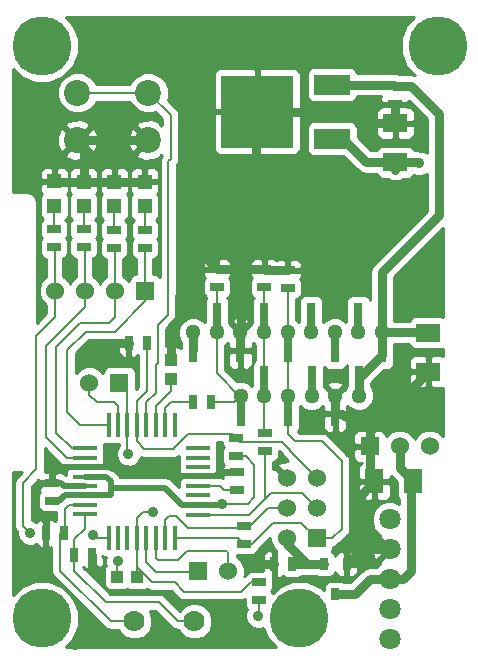
<source format=gtl>
G04 (created by PCBNEW (2013-03-19 BZR 4004)-stable) date 27/05/2013 10:57:22*
%MOIN*%
G04 Gerber Fmt 3.4, Leading zero omitted, Abs format*
%FSLAX34Y34*%
G01*
G70*
G90*
G04 APERTURE LIST*
%ADD10C,2.3622e-006*%
%ADD11R,0.0276X0.0394*%
%ADD12C,0.0512*%
%ADD13R,0.0315X0.0807*%
%ADD14R,0.0787X0.0177*%
%ADD15R,0.0177X0.0787*%
%ADD16R,0.06X0.08*%
%ADD17R,0.08X0.06*%
%ADD18R,0.045X0.025*%
%ADD19R,0.025X0.045*%
%ADD20R,0.0472X0.0472*%
%ADD21C,0.0866*%
%ADD22R,0.06X0.06*%
%ADD23C,0.06*%
%ADD24C,0.1969*%
%ADD25C,0.07*%
%ADD26R,0.0394X0.0394*%
%ADD27R,0.12X0.065*%
%ADD28R,0.24X0.24*%
%ADD29C,0.0708661*%
%ADD30C,0.035*%
%ADD31C,0.0295*%
%ADD32C,0.008*%
%ADD33C,0.0197*%
%ADD34C,0.0236*%
%ADD35C,0.01*%
G04 APERTURE END LIST*
G54D10*
G54D11*
X49036Y-42260D03*
X48661Y-41260D03*
X49411Y-41260D03*
G54D12*
X47460Y-35656D03*
G54D13*
X47460Y-36247D03*
G54D12*
X46673Y-35656D03*
X45885Y-35656D03*
X48247Y-35656D03*
X49035Y-35656D03*
G54D13*
X46673Y-35065D03*
X45885Y-36247D03*
X48247Y-35065D03*
X49035Y-36247D03*
G54D12*
X49822Y-35646D03*
G54D13*
X49822Y-35065D03*
G54D14*
X40692Y-39603D03*
X40692Y-39288D03*
X40692Y-38973D03*
X40692Y-38658D03*
X40692Y-38343D03*
X40692Y-38028D03*
X40692Y-37713D03*
X40692Y-37398D03*
X44458Y-37400D03*
X44458Y-39610D03*
X44458Y-39290D03*
X44458Y-38970D03*
X44458Y-38660D03*
X44458Y-38340D03*
X44458Y-38030D03*
X44458Y-37710D03*
G54D15*
X41476Y-36610D03*
X41790Y-36610D03*
X42106Y-36610D03*
X42420Y-36610D03*
X42736Y-36610D03*
X43050Y-36610D03*
X43366Y-36610D03*
X43680Y-36610D03*
X41478Y-40390D03*
X41788Y-40390D03*
X42108Y-40390D03*
X42418Y-40390D03*
X42728Y-40390D03*
X43048Y-40390D03*
X43368Y-40390D03*
X43688Y-40390D03*
G54D16*
X51636Y-38506D03*
X50336Y-38506D03*
G54D17*
X51040Y-27860D03*
X51040Y-26560D03*
G54D18*
X39606Y-39162D03*
X39606Y-38562D03*
X51010Y-25330D03*
X51010Y-25930D03*
G54D19*
X47606Y-41266D03*
X47006Y-41266D03*
X40342Y-40952D03*
X40942Y-40952D03*
X39990Y-40236D03*
X39390Y-40236D03*
G54D18*
X47446Y-32060D03*
X47446Y-31460D03*
X46000Y-39988D03*
X46000Y-40588D03*
G54D19*
X44290Y-35870D03*
X44890Y-35870D03*
G54D18*
X46684Y-37484D03*
X46684Y-36884D03*
X46666Y-32040D03*
X46666Y-31440D03*
X45088Y-32038D03*
X45088Y-31438D03*
G54D20*
X42688Y-29339D03*
X42688Y-28513D03*
X41666Y-29339D03*
X41666Y-28513D03*
X40644Y-29341D03*
X40644Y-28515D03*
G54D21*
X42803Y-25555D03*
X42803Y-27129D03*
X40441Y-25555D03*
X40441Y-27129D03*
G54D17*
X52140Y-33550D03*
X52140Y-34850D03*
G54D18*
X45750Y-38806D03*
X45750Y-38206D03*
G54D19*
X42756Y-33902D03*
X42156Y-33902D03*
G54D18*
X46494Y-41862D03*
X46494Y-42462D03*
X45740Y-37070D03*
X45740Y-37670D03*
X42688Y-30724D03*
X42688Y-30124D03*
X41660Y-30724D03*
X41660Y-30124D03*
X40644Y-30708D03*
X40644Y-30108D03*
G54D22*
X48410Y-40390D03*
G54D23*
X47410Y-40390D03*
X48410Y-39390D03*
X47410Y-39390D03*
X48410Y-38390D03*
X47410Y-38390D03*
G54D24*
X52449Y-23980D03*
X47842Y-43074D03*
X39256Y-43074D03*
X39260Y-23980D03*
G54D25*
X42342Y-43172D03*
X44342Y-43172D03*
G54D22*
X44470Y-41500D03*
G54D23*
X45470Y-41500D03*
G54D18*
X39664Y-30706D03*
X39664Y-30106D03*
G54D22*
X42694Y-32152D03*
G54D23*
X41694Y-32152D03*
X40694Y-32152D03*
X39694Y-32152D03*
G54D20*
X39670Y-29327D03*
X39670Y-28501D03*
G54D12*
X45871Y-33540D03*
G54D13*
X45871Y-34131D03*
G54D12*
X45084Y-33540D03*
X44296Y-33540D03*
X46658Y-33540D03*
X47446Y-33540D03*
G54D13*
X45084Y-32949D03*
X44296Y-34131D03*
X46658Y-32949D03*
X47446Y-34131D03*
G54D12*
X48233Y-33530D03*
G54D13*
X48233Y-32949D03*
G54D12*
X49016Y-33540D03*
X49804Y-33540D03*
X50591Y-33540D03*
G54D13*
X49020Y-34130D03*
X49808Y-32949D03*
X50595Y-34130D03*
G54D26*
X41774Y-41680D03*
X42414Y-41680D03*
G54D27*
X48930Y-27076D03*
G54D28*
X46430Y-26176D03*
G54D27*
X48930Y-25276D03*
G54D22*
X41842Y-35218D03*
G54D23*
X40842Y-35218D03*
G54D26*
X43560Y-34456D03*
X43560Y-35096D03*
G54D22*
X50178Y-37332D03*
G54D23*
X51178Y-37332D03*
X52178Y-37332D03*
G54D29*
X50850Y-41770D03*
X50850Y-42770D03*
X50850Y-43770D03*
X50850Y-40770D03*
X50850Y-39770D03*
G54D30*
X45246Y-39244D03*
X51840Y-27900D03*
X38864Y-40222D03*
X40962Y-40296D03*
X46462Y-42988D03*
X42140Y-37584D03*
X41788Y-41174D03*
X43624Y-38340D03*
X43950Y-32210D03*
X50620Y-36370D03*
X38414Y-40870D03*
X46530Y-43870D03*
X46362Y-41244D03*
X43570Y-33800D03*
X41270Y-34050D03*
X39536Y-37786D03*
X49016Y-31328D03*
X51740Y-31710D03*
X46350Y-26170D03*
X47280Y-27030D03*
X45570Y-27050D03*
X47180Y-25350D03*
X45570Y-25330D03*
X40370Y-43954D03*
X41664Y-37836D03*
X41126Y-41494D03*
X44220Y-28020D03*
X42946Y-39516D03*
G54D31*
X51010Y-25330D02*
X51564Y-25330D01*
X52486Y-29640D02*
X50591Y-31534D01*
X52486Y-26252D02*
X52486Y-29640D01*
X51564Y-25330D02*
X52486Y-26252D01*
X48930Y-25276D02*
X50956Y-25276D01*
X50956Y-25276D02*
X51010Y-25330D01*
X49822Y-35065D02*
X50595Y-34291D01*
X50595Y-34291D02*
X50595Y-34130D01*
X49822Y-35646D02*
X49822Y-35065D01*
X50591Y-31534D02*
X50591Y-33540D01*
X50591Y-33540D02*
X52130Y-33540D01*
X52130Y-33540D02*
X52140Y-33550D01*
X50595Y-34130D02*
X50595Y-33543D01*
X50595Y-33543D02*
X50591Y-33540D01*
X44296Y-34131D02*
X44296Y-33540D01*
X47606Y-41266D02*
X48086Y-41266D01*
X48086Y-41266D02*
X48092Y-41260D01*
X48661Y-41260D02*
X48092Y-41260D01*
X47410Y-40578D02*
X47410Y-40390D01*
X48092Y-41260D02*
X47410Y-40578D01*
G54D32*
X45740Y-37670D02*
X46066Y-37670D01*
X46130Y-39244D02*
X45246Y-39244D01*
X46342Y-39032D02*
X46130Y-39244D01*
X46342Y-37946D02*
X46342Y-39032D01*
X46066Y-37670D02*
X46342Y-37946D01*
G54D33*
X45246Y-39244D02*
X45200Y-39290D01*
X45200Y-39290D02*
X44458Y-39290D01*
X39832Y-39162D02*
X40021Y-38973D01*
X41554Y-38506D02*
X41554Y-38718D01*
X44458Y-39290D02*
X43922Y-39290D01*
X43350Y-38718D02*
X41554Y-38718D01*
X43922Y-39290D02*
X43350Y-38718D01*
X40692Y-38343D02*
X41391Y-38343D01*
X39606Y-39162D02*
X39832Y-39162D01*
X41391Y-38343D02*
X41554Y-38506D01*
X41554Y-38973D02*
X40692Y-38973D01*
X40021Y-38973D02*
X40692Y-38973D01*
X41554Y-38718D02*
X41554Y-38973D01*
G54D31*
X51840Y-27900D02*
X51800Y-27860D01*
X51040Y-27860D02*
X51800Y-27860D01*
X51636Y-38506D02*
X51178Y-38048D01*
X51178Y-38048D02*
X51178Y-37332D01*
X49036Y-42260D02*
X49706Y-42260D01*
X50196Y-41770D02*
X50850Y-41770D01*
X49706Y-42260D02*
X50196Y-41770D01*
X50850Y-41770D02*
X51290Y-41770D01*
X51570Y-38572D02*
X51636Y-38506D01*
X51570Y-41490D02*
X51570Y-38572D01*
X51290Y-41770D02*
X51570Y-41490D01*
X51040Y-27860D02*
X51040Y-28110D01*
X48930Y-27076D02*
X49276Y-27076D01*
X49276Y-27076D02*
X50060Y-27860D01*
X50060Y-27860D02*
X51040Y-27860D01*
G54D32*
X43470Y-28432D02*
X43470Y-27826D01*
X43552Y-26304D02*
X43552Y-27744D01*
X42803Y-25555D02*
X43552Y-26304D01*
X43058Y-35544D02*
X43058Y-34614D01*
X43058Y-34614D02*
X43114Y-34558D01*
X43114Y-34558D02*
X43114Y-33306D01*
X43114Y-33306D02*
X43470Y-32950D01*
X43470Y-32950D02*
X43470Y-28432D01*
X42736Y-35866D02*
X42736Y-36610D01*
X42736Y-35866D02*
X43058Y-35544D01*
X43470Y-27826D02*
X43552Y-27744D01*
X40441Y-25555D02*
X42803Y-25555D01*
X43050Y-36610D02*
X43050Y-36008D01*
X43560Y-35498D02*
X43560Y-35096D01*
X43050Y-36008D02*
X43560Y-35498D01*
X43366Y-36610D02*
X43366Y-36064D01*
X43560Y-35870D02*
X44290Y-35870D01*
X43366Y-36064D02*
X43560Y-35870D01*
X44890Y-35870D02*
X45671Y-35870D01*
X45671Y-35870D02*
X45885Y-35656D01*
X45084Y-32949D02*
X45084Y-32042D01*
X45084Y-32042D02*
X45088Y-32038D01*
X45885Y-35656D02*
X45885Y-36247D01*
X45084Y-32949D02*
X45084Y-33540D01*
X45885Y-35656D02*
X45834Y-35656D01*
X45084Y-34906D02*
X45084Y-33540D01*
X45834Y-35656D02*
X45084Y-34906D01*
X43044Y-41512D02*
X44458Y-41512D01*
X42728Y-41196D02*
X43044Y-41512D01*
X42728Y-40390D02*
X42728Y-41196D01*
X44458Y-41512D02*
X44470Y-41500D01*
X43142Y-41140D02*
X43794Y-41140D01*
X43048Y-41046D02*
X43142Y-41140D01*
X43048Y-40390D02*
X43048Y-41046D01*
X45470Y-40892D02*
X45470Y-41500D01*
X45418Y-40840D02*
X45470Y-40892D01*
X44094Y-40840D02*
X45418Y-40840D01*
X43794Y-41140D02*
X44094Y-40840D01*
X48410Y-40390D02*
X48936Y-40390D01*
X47460Y-36930D02*
X47460Y-36247D01*
X47700Y-37170D02*
X47460Y-36930D01*
X48584Y-37170D02*
X47700Y-37170D01*
X49246Y-37832D02*
X48584Y-37170D01*
X49246Y-40080D02*
X49246Y-37832D01*
X48936Y-40390D02*
X49246Y-40080D01*
X46000Y-40588D02*
X46254Y-40588D01*
X47908Y-39888D02*
X48410Y-40390D01*
X46954Y-39888D02*
X47908Y-39888D01*
X46254Y-40588D02*
X46954Y-39888D01*
X43688Y-40390D02*
X45802Y-40390D01*
X45802Y-40390D02*
X46000Y-40588D01*
X47446Y-33540D02*
X47446Y-32060D01*
X47446Y-34131D02*
X47446Y-33540D01*
X47460Y-35656D02*
X47460Y-36247D01*
X47446Y-34131D02*
X47446Y-35642D01*
X47446Y-35642D02*
X47460Y-35656D01*
X41690Y-33510D02*
X42694Y-32506D01*
X40100Y-36186D02*
X40100Y-34120D01*
X40100Y-36186D02*
X40524Y-36610D01*
X41476Y-36610D02*
X40524Y-36610D01*
X40710Y-33510D02*
X41690Y-33510D01*
X40100Y-34120D02*
X40710Y-33510D01*
X42694Y-32506D02*
X42694Y-32152D01*
X42682Y-32150D02*
X42682Y-30730D01*
X42682Y-30730D02*
X42688Y-30724D01*
X39730Y-36880D02*
X39730Y-34010D01*
X40248Y-37398D02*
X39730Y-36880D01*
X40692Y-37398D02*
X40248Y-37398D01*
X41694Y-33026D02*
X41694Y-32152D01*
X41490Y-33230D02*
X41694Y-33026D01*
X40510Y-33230D02*
X41490Y-33230D01*
X39730Y-34010D02*
X40510Y-33230D01*
X41682Y-32150D02*
X41682Y-30746D01*
X41682Y-30746D02*
X41660Y-30724D01*
X39396Y-37028D02*
X39396Y-33984D01*
X40692Y-37713D02*
X40081Y-37713D01*
X40081Y-37713D02*
X39396Y-37028D01*
X40694Y-32686D02*
X40694Y-32152D01*
X39396Y-33984D02*
X40694Y-32686D01*
X40682Y-32150D02*
X40682Y-30746D01*
X40682Y-30746D02*
X40644Y-30708D01*
X38864Y-40222D02*
X38626Y-39984D01*
X40962Y-40296D02*
X41056Y-40390D01*
X41478Y-40390D02*
X41056Y-40390D01*
X39694Y-33026D02*
X39694Y-32152D01*
X39074Y-33646D02*
X39694Y-33026D01*
X39074Y-38108D02*
X39074Y-33646D01*
X38626Y-38556D02*
X39074Y-38108D01*
X38626Y-39984D02*
X38626Y-38556D01*
X39682Y-32150D02*
X39682Y-30724D01*
X39682Y-30724D02*
X39664Y-30706D01*
X46000Y-39988D02*
X46190Y-39988D01*
X46788Y-39390D02*
X47410Y-39390D01*
X46190Y-39988D02*
X46788Y-39390D01*
X44136Y-40062D02*
X45926Y-40062D01*
X43368Y-40390D02*
X43368Y-39794D01*
X43742Y-39668D02*
X44136Y-40062D01*
X43494Y-39668D02*
X43742Y-39668D01*
X43368Y-39794D02*
X43494Y-39668D01*
X45926Y-40062D02*
X46000Y-39988D01*
X46494Y-42462D02*
X46494Y-42956D01*
X46494Y-42956D02*
X46462Y-42988D01*
X42756Y-33902D02*
X42756Y-35484D01*
X42420Y-35820D02*
X42420Y-36610D01*
X42756Y-35484D02*
X42420Y-35820D01*
X48410Y-38390D02*
X47518Y-37498D01*
X43650Y-37406D02*
X44142Y-36914D01*
X44142Y-36914D02*
X45584Y-36914D01*
X42420Y-37174D02*
X42666Y-37420D01*
X42420Y-37174D02*
X42420Y-36610D01*
X42666Y-37420D02*
X43650Y-37420D01*
X43650Y-37420D02*
X43650Y-37406D01*
X45856Y-37186D02*
X45584Y-36914D01*
X47248Y-37186D02*
X45856Y-37186D01*
X47518Y-37456D02*
X47248Y-37186D01*
X47518Y-37498D02*
X47518Y-37456D01*
X42106Y-36610D02*
X42106Y-35482D01*
X42106Y-35482D02*
X41842Y-35218D01*
X42106Y-37550D02*
X42106Y-36610D01*
X42140Y-37584D02*
X42106Y-37550D01*
X41774Y-41680D02*
X41774Y-41188D01*
X41774Y-41188D02*
X41788Y-41174D01*
X46684Y-37484D02*
X46684Y-39076D01*
X46684Y-39076D02*
X46693Y-39085D01*
X44458Y-39610D02*
X46168Y-39610D01*
X47912Y-38892D02*
X48410Y-39390D01*
X46886Y-38892D02*
X47912Y-38892D01*
X46168Y-39610D02*
X46693Y-39085D01*
X46693Y-39085D02*
X46886Y-38892D01*
X46658Y-32949D02*
X46658Y-32048D01*
X46658Y-32048D02*
X46666Y-32040D01*
X46673Y-35656D02*
X46673Y-36873D01*
X46673Y-36873D02*
X46684Y-36884D01*
X46658Y-33540D02*
X46658Y-32949D01*
X46673Y-35065D02*
X46673Y-35656D01*
X46658Y-33540D02*
X46658Y-35050D01*
X46658Y-35050D02*
X46673Y-35065D01*
X41790Y-36610D02*
X41790Y-35994D01*
X40842Y-35634D02*
X40842Y-35218D01*
X41076Y-35868D02*
X40842Y-35634D01*
X41664Y-35868D02*
X41076Y-35868D01*
X41790Y-35994D02*
X41664Y-35868D01*
G54D31*
X43570Y-33800D02*
X43570Y-33348D01*
X43950Y-32210D02*
X43963Y-32223D01*
X44228Y-31958D02*
X44228Y-30578D01*
X44228Y-31958D02*
X43963Y-32223D01*
X43842Y-32318D02*
X43950Y-32210D01*
X43842Y-33076D02*
X43842Y-32318D01*
X43570Y-33348D02*
X43842Y-33076D01*
X50178Y-37332D02*
X50178Y-36812D01*
X49257Y-36247D02*
X49380Y-36370D01*
X49380Y-36370D02*
X50620Y-36370D01*
X49035Y-36247D02*
X49257Y-36247D01*
X50620Y-36370D02*
X52140Y-34850D01*
X50626Y-36376D02*
X50620Y-36370D01*
X50496Y-36494D02*
X50620Y-36370D01*
X50178Y-36812D02*
X50620Y-36370D01*
X50336Y-38506D02*
X50178Y-38348D01*
X50178Y-38348D02*
X50178Y-37332D01*
G54D34*
X39046Y-39570D02*
X39100Y-39570D01*
X39230Y-38562D02*
X39046Y-38746D01*
X39046Y-38746D02*
X39046Y-39570D01*
X39606Y-38562D02*
X39230Y-38562D01*
X39390Y-39860D02*
X39390Y-40236D01*
X39100Y-39570D02*
X39390Y-39860D01*
G54D31*
X38414Y-40870D02*
X38460Y-40916D01*
X38460Y-40916D02*
X38948Y-40916D01*
X47006Y-41266D02*
X46384Y-41266D01*
X46384Y-41266D02*
X46362Y-41244D01*
X50850Y-40770D02*
X49901Y-40770D01*
X49901Y-40770D02*
X49411Y-41260D01*
X50850Y-40770D02*
X50480Y-40770D01*
X49890Y-38952D02*
X50336Y-38506D01*
X49890Y-40180D02*
X49890Y-38952D01*
X50480Y-40770D02*
X49890Y-40180D01*
X43570Y-33800D02*
X43570Y-34446D01*
X43570Y-34446D02*
X43560Y-34456D01*
X43570Y-33800D02*
X43560Y-33790D01*
X41418Y-33902D02*
X42156Y-33902D01*
X41270Y-34050D02*
X41418Y-33902D01*
X40441Y-27129D02*
X42803Y-27129D01*
X40644Y-28515D02*
X40644Y-27226D01*
X40330Y-27240D02*
X40441Y-27129D01*
X44228Y-30578D02*
X44220Y-30570D01*
X44220Y-28020D02*
X44220Y-30570D01*
X39654Y-38156D02*
X39654Y-37904D01*
X39654Y-37904D02*
X39536Y-37786D01*
X46470Y-28020D02*
X48400Y-28020D01*
X46390Y-28020D02*
X46470Y-28020D01*
X48400Y-30712D02*
X49016Y-31328D01*
X48400Y-28020D02*
X48400Y-30712D01*
X47280Y-27030D02*
X47210Y-27030D01*
X47210Y-27030D02*
X46350Y-26170D01*
X46430Y-26176D02*
X46430Y-26190D01*
X46430Y-26190D02*
X45570Y-27050D01*
X46430Y-26176D02*
X46430Y-26100D01*
X46430Y-26100D02*
X47180Y-25350D01*
X46430Y-26176D02*
X46416Y-26176D01*
X46416Y-26176D02*
X45570Y-25330D01*
X46390Y-28020D02*
X46390Y-26216D01*
X46390Y-26216D02*
X46430Y-26176D01*
X51040Y-26560D02*
X50250Y-26560D01*
X50250Y-26560D02*
X49866Y-26176D01*
X49866Y-26176D02*
X46430Y-26176D01*
X51040Y-26560D02*
X51040Y-25960D01*
X51040Y-25960D02*
X51010Y-25930D01*
X41588Y-38028D02*
X41588Y-37912D01*
X41588Y-37912D02*
X41664Y-37836D01*
X40942Y-41310D02*
X40942Y-40952D01*
X41126Y-41494D02*
X40942Y-41310D01*
X44220Y-28020D02*
X46390Y-28020D01*
X45088Y-31438D02*
X44228Y-30578D01*
X45886Y-31440D02*
X45886Y-33525D01*
X45886Y-33525D02*
X45871Y-33540D01*
X46666Y-31440D02*
X45886Y-31440D01*
X45886Y-31440D02*
X45090Y-31440D01*
X45090Y-31440D02*
X45088Y-31438D01*
X47446Y-31460D02*
X46686Y-31460D01*
X46686Y-31460D02*
X46666Y-31440D01*
X40644Y-28515D02*
X39746Y-28515D01*
X39746Y-28515D02*
X39738Y-28523D01*
X45871Y-33540D02*
X45871Y-34131D01*
X49035Y-35656D02*
X49035Y-36247D01*
G54D33*
X39898Y-38562D02*
X39994Y-38658D01*
X41702Y-38028D02*
X41588Y-38028D01*
X41588Y-38028D02*
X40692Y-38028D01*
X40692Y-38028D02*
X39782Y-38028D01*
G54D31*
X41666Y-28513D02*
X40646Y-28513D01*
G54D33*
X39782Y-38028D02*
X39654Y-38156D01*
X39654Y-38156D02*
X39606Y-38204D01*
X43624Y-38340D02*
X42014Y-38340D01*
X44458Y-38340D02*
X43624Y-38340D01*
X44458Y-38340D02*
X45062Y-38340D01*
G54D31*
X40646Y-28513D02*
X40644Y-28515D01*
G54D33*
X39606Y-38204D02*
X39606Y-38562D01*
G54D31*
X42688Y-28513D02*
X41666Y-28513D01*
G54D33*
X42014Y-38340D02*
X41702Y-38028D01*
X45062Y-38340D02*
X45196Y-38206D01*
X39606Y-38562D02*
X39898Y-38562D01*
X45196Y-38206D02*
X45750Y-38206D01*
X39994Y-38658D02*
X40692Y-38658D01*
G54D32*
X42418Y-39714D02*
X42418Y-40390D01*
X42616Y-39516D02*
X42418Y-39714D01*
X42946Y-39516D02*
X42616Y-39516D01*
X44002Y-42182D02*
X45894Y-42182D01*
X44002Y-42182D02*
X43680Y-41860D01*
X43680Y-41860D02*
X42920Y-41860D01*
X42418Y-41358D02*
X42920Y-41860D01*
X46214Y-41862D02*
X46494Y-41862D01*
X45894Y-42182D02*
X46214Y-41862D01*
X42414Y-41680D02*
X42414Y-41362D01*
X42414Y-41362D02*
X42418Y-41358D01*
X42418Y-41358D02*
X42418Y-40390D01*
X39664Y-30106D02*
X39664Y-29333D01*
X39664Y-29333D02*
X39670Y-29327D01*
X41666Y-29339D02*
X41666Y-30118D01*
X41666Y-30118D02*
X41660Y-30124D01*
X44458Y-38660D02*
X45190Y-38660D01*
X45336Y-38806D02*
X45750Y-38806D01*
X45190Y-38660D02*
X45336Y-38806D01*
X40692Y-40078D02*
X40692Y-39603D01*
X40342Y-40952D02*
X40342Y-40428D01*
X40342Y-40428D02*
X40692Y-40078D01*
X43162Y-42540D02*
X41406Y-42540D01*
X43794Y-43172D02*
X43162Y-42540D01*
X44342Y-43172D02*
X43794Y-43172D01*
X41406Y-42540D02*
X40342Y-41476D01*
X40342Y-41476D02*
X40342Y-40952D01*
X39864Y-41482D02*
X41554Y-43172D01*
X40030Y-40098D02*
X39864Y-40264D01*
X40692Y-39288D02*
X40154Y-39288D01*
X40030Y-39412D02*
X40154Y-39288D01*
X40030Y-39508D02*
X40030Y-39412D01*
X40030Y-39864D02*
X40030Y-39508D01*
X40030Y-39864D02*
X40030Y-40098D01*
X41554Y-43172D02*
X42342Y-43172D01*
X39864Y-40264D02*
X39864Y-41482D01*
X42688Y-29339D02*
X42688Y-30124D01*
X40644Y-29341D02*
X40644Y-30108D01*
G54D10*
G36*
X42466Y-35363D02*
X42392Y-35437D01*
X42392Y-34868D01*
X42354Y-34776D01*
X42283Y-34706D01*
X42191Y-34668D01*
X42106Y-34667D01*
X42106Y-34314D01*
X42106Y-33952D01*
X41843Y-33952D01*
X41781Y-34014D01*
X41780Y-34077D01*
X41781Y-34176D01*
X41819Y-34268D01*
X41889Y-34339D01*
X41981Y-34377D01*
X42043Y-34377D01*
X42106Y-34314D01*
X42106Y-34667D01*
X42092Y-34667D01*
X41492Y-34667D01*
X41400Y-34705D01*
X41330Y-34776D01*
X41292Y-34868D01*
X41292Y-34890D01*
X41153Y-34752D01*
X40951Y-34668D01*
X40733Y-34667D01*
X40530Y-34751D01*
X40390Y-34892D01*
X40390Y-34240D01*
X40830Y-33800D01*
X41690Y-33800D01*
X41780Y-33781D01*
X41781Y-33789D01*
X41843Y-33852D01*
X42106Y-33852D01*
X42106Y-33844D01*
X42206Y-33844D01*
X42206Y-33852D01*
X42213Y-33852D01*
X42213Y-33952D01*
X42206Y-33952D01*
X42206Y-34314D01*
X42268Y-34377D01*
X42330Y-34377D01*
X42422Y-34339D01*
X42455Y-34305D01*
X42466Y-34315D01*
X42466Y-35363D01*
X42466Y-35363D01*
G37*
G54D35*
X42466Y-35363D02*
X42392Y-35437D01*
X42392Y-34868D01*
X42354Y-34776D01*
X42283Y-34706D01*
X42191Y-34668D01*
X42106Y-34667D01*
X42106Y-34314D01*
X42106Y-33952D01*
X41843Y-33952D01*
X41781Y-34014D01*
X41780Y-34077D01*
X41781Y-34176D01*
X41819Y-34268D01*
X41889Y-34339D01*
X41981Y-34377D01*
X42043Y-34377D01*
X42106Y-34314D01*
X42106Y-34667D01*
X42092Y-34667D01*
X41492Y-34667D01*
X41400Y-34705D01*
X41330Y-34776D01*
X41292Y-34868D01*
X41292Y-34890D01*
X41153Y-34752D01*
X40951Y-34668D01*
X40733Y-34667D01*
X40530Y-34751D01*
X40390Y-34892D01*
X40390Y-34240D01*
X40830Y-33800D01*
X41690Y-33800D01*
X41780Y-33781D01*
X41781Y-33789D01*
X41843Y-33852D01*
X42106Y-33852D01*
X42106Y-33844D01*
X42206Y-33844D01*
X42206Y-33852D01*
X42213Y-33852D01*
X42213Y-33952D01*
X42206Y-33952D01*
X42206Y-34314D01*
X42268Y-34377D01*
X42330Y-34377D01*
X42422Y-34339D01*
X42455Y-34305D01*
X42466Y-34315D01*
X42466Y-35363D01*
G54D10*
G36*
X43958Y-38344D02*
X43923Y-38359D01*
X43898Y-38384D01*
X43877Y-38384D01*
X43814Y-38446D01*
X43814Y-38478D01*
X43823Y-38500D01*
X43814Y-38521D01*
X43814Y-38621D01*
X43814Y-38689D01*
X43596Y-38471D01*
X43483Y-38396D01*
X43350Y-38369D01*
X41873Y-38369D01*
X41800Y-38259D01*
X41800Y-38259D01*
X41637Y-38096D01*
X41524Y-38021D01*
X41391Y-37994D01*
X41335Y-37994D01*
X41335Y-37977D01*
X41278Y-37977D01*
X41335Y-37921D01*
X41335Y-37889D01*
X41327Y-37870D01*
X41335Y-37851D01*
X41335Y-37751D01*
X41335Y-37574D01*
X41327Y-37555D01*
X41335Y-37536D01*
X41335Y-37436D01*
X41335Y-37259D01*
X41331Y-37251D01*
X41337Y-37253D01*
X41437Y-37253D01*
X41614Y-37253D01*
X41632Y-37245D01*
X41651Y-37253D01*
X41751Y-37253D01*
X41816Y-37253D01*
X41816Y-37306D01*
X41779Y-37342D01*
X41715Y-37499D01*
X41714Y-37668D01*
X41779Y-37824D01*
X41898Y-37944D01*
X42055Y-38008D01*
X42224Y-38009D01*
X42380Y-37944D01*
X42500Y-37825D01*
X42556Y-37688D01*
X42666Y-37710D01*
X43650Y-37710D01*
X43760Y-37687D01*
X43814Y-37652D01*
X43814Y-37671D01*
X43814Y-37848D01*
X43823Y-37869D01*
X43814Y-37891D01*
X43814Y-37991D01*
X43814Y-38168D01*
X43821Y-38184D01*
X43814Y-38201D01*
X43814Y-38233D01*
X43877Y-38295D01*
X43888Y-38295D01*
X43922Y-38330D01*
X43958Y-38344D01*
X43958Y-38344D01*
G37*
G54D35*
X43958Y-38344D02*
X43923Y-38359D01*
X43898Y-38384D01*
X43877Y-38384D01*
X43814Y-38446D01*
X43814Y-38478D01*
X43823Y-38500D01*
X43814Y-38521D01*
X43814Y-38621D01*
X43814Y-38689D01*
X43596Y-38471D01*
X43483Y-38396D01*
X43350Y-38369D01*
X41873Y-38369D01*
X41800Y-38259D01*
X41800Y-38259D01*
X41637Y-38096D01*
X41524Y-38021D01*
X41391Y-37994D01*
X41335Y-37994D01*
X41335Y-37977D01*
X41278Y-37977D01*
X41335Y-37921D01*
X41335Y-37889D01*
X41327Y-37870D01*
X41335Y-37851D01*
X41335Y-37751D01*
X41335Y-37574D01*
X41327Y-37555D01*
X41335Y-37536D01*
X41335Y-37436D01*
X41335Y-37259D01*
X41331Y-37251D01*
X41337Y-37253D01*
X41437Y-37253D01*
X41614Y-37253D01*
X41632Y-37245D01*
X41651Y-37253D01*
X41751Y-37253D01*
X41816Y-37253D01*
X41816Y-37306D01*
X41779Y-37342D01*
X41715Y-37499D01*
X41714Y-37668D01*
X41779Y-37824D01*
X41898Y-37944D01*
X42055Y-38008D01*
X42224Y-38009D01*
X42380Y-37944D01*
X42500Y-37825D01*
X42556Y-37688D01*
X42666Y-37710D01*
X43650Y-37710D01*
X43760Y-37687D01*
X43814Y-37652D01*
X43814Y-37671D01*
X43814Y-37848D01*
X43823Y-37869D01*
X43814Y-37891D01*
X43814Y-37991D01*
X43814Y-38168D01*
X43821Y-38184D01*
X43814Y-38201D01*
X43814Y-38233D01*
X43877Y-38295D01*
X43888Y-38295D01*
X43922Y-38330D01*
X43958Y-38344D01*
G54D10*
G36*
X45807Y-38256D02*
X45800Y-38256D01*
X45800Y-38263D01*
X45700Y-38263D01*
X45700Y-38256D01*
X45337Y-38256D01*
X45275Y-38318D01*
X45274Y-38380D01*
X45277Y-38387D01*
X45190Y-38370D01*
X45003Y-38370D01*
X44993Y-38359D01*
X44957Y-38345D01*
X44992Y-38330D01*
X45027Y-38295D01*
X45039Y-38295D01*
X45101Y-38233D01*
X45101Y-38201D01*
X45094Y-38184D01*
X45101Y-38168D01*
X45101Y-38068D01*
X45101Y-37891D01*
X45092Y-37870D01*
X45101Y-37848D01*
X45101Y-37748D01*
X45101Y-37571D01*
X45094Y-37555D01*
X45101Y-37538D01*
X45101Y-37438D01*
X45101Y-37261D01*
X45077Y-37204D01*
X45264Y-37204D01*
X45264Y-37244D01*
X45302Y-37336D01*
X45336Y-37369D01*
X45303Y-37403D01*
X45265Y-37495D01*
X45264Y-37594D01*
X45264Y-37844D01*
X45302Y-37936D01*
X45310Y-37944D01*
X45274Y-38031D01*
X45275Y-38093D01*
X45337Y-38156D01*
X45700Y-38156D01*
X45700Y-38148D01*
X45800Y-38148D01*
X45800Y-38156D01*
X45807Y-38156D01*
X45807Y-38256D01*
X45807Y-38256D01*
G37*
G54D35*
X45807Y-38256D02*
X45800Y-38256D01*
X45800Y-38263D01*
X45700Y-38263D01*
X45700Y-38256D01*
X45337Y-38256D01*
X45275Y-38318D01*
X45274Y-38380D01*
X45277Y-38387D01*
X45190Y-38370D01*
X45003Y-38370D01*
X44993Y-38359D01*
X44957Y-38345D01*
X44992Y-38330D01*
X45027Y-38295D01*
X45039Y-38295D01*
X45101Y-38233D01*
X45101Y-38201D01*
X45094Y-38184D01*
X45101Y-38168D01*
X45101Y-38068D01*
X45101Y-37891D01*
X45092Y-37870D01*
X45101Y-37848D01*
X45101Y-37748D01*
X45101Y-37571D01*
X45094Y-37555D01*
X45101Y-37538D01*
X45101Y-37438D01*
X45101Y-37261D01*
X45077Y-37204D01*
X45264Y-37204D01*
X45264Y-37244D01*
X45302Y-37336D01*
X45336Y-37369D01*
X45303Y-37403D01*
X45265Y-37495D01*
X45264Y-37594D01*
X45264Y-37844D01*
X45302Y-37936D01*
X45310Y-37944D01*
X45274Y-38031D01*
X45275Y-38093D01*
X45337Y-38156D01*
X45700Y-38156D01*
X45700Y-38148D01*
X45800Y-38148D01*
X45800Y-38156D01*
X45807Y-38156D01*
X45807Y-38256D01*
G54D10*
G36*
X46368Y-34455D02*
X46303Y-34519D01*
X46278Y-34580D01*
X46278Y-34484D01*
X46278Y-34243D01*
X46216Y-34181D01*
X45921Y-34181D01*
X45921Y-34722D01*
X45983Y-34784D01*
X46078Y-34784D01*
X46169Y-34746D01*
X46240Y-34676D01*
X46265Y-34615D01*
X46265Y-34711D01*
X46265Y-35320D01*
X46172Y-35227D01*
X45986Y-35150D01*
X45821Y-35149D01*
X45821Y-34722D01*
X45821Y-34181D01*
X45526Y-34181D01*
X45463Y-34243D01*
X45463Y-34484D01*
X45463Y-34584D01*
X45501Y-34676D01*
X45572Y-34746D01*
X45663Y-34784D01*
X45758Y-34784D01*
X45821Y-34722D01*
X45821Y-35149D01*
X45784Y-35149D01*
X45751Y-35163D01*
X45374Y-34785D01*
X45374Y-33965D01*
X45463Y-33876D01*
X45463Y-34018D01*
X45526Y-34081D01*
X45821Y-34081D01*
X45821Y-34049D01*
X45921Y-34043D01*
X45921Y-34081D01*
X46216Y-34081D01*
X46278Y-34018D01*
X46278Y-33876D01*
X46368Y-33965D01*
X46368Y-34455D01*
X46368Y-34455D01*
G37*
G54D35*
X46368Y-34455D02*
X46303Y-34519D01*
X46278Y-34580D01*
X46278Y-34484D01*
X46278Y-34243D01*
X46216Y-34181D01*
X45921Y-34181D01*
X45921Y-34722D01*
X45983Y-34784D01*
X46078Y-34784D01*
X46169Y-34746D01*
X46240Y-34676D01*
X46265Y-34615D01*
X46265Y-34711D01*
X46265Y-35320D01*
X46172Y-35227D01*
X45986Y-35150D01*
X45821Y-35149D01*
X45821Y-34722D01*
X45821Y-34181D01*
X45526Y-34181D01*
X45463Y-34243D01*
X45463Y-34484D01*
X45463Y-34584D01*
X45501Y-34676D01*
X45572Y-34746D01*
X45663Y-34784D01*
X45758Y-34784D01*
X45821Y-34722D01*
X45821Y-35149D01*
X45784Y-35149D01*
X45751Y-35163D01*
X45374Y-34785D01*
X45374Y-33965D01*
X45463Y-33876D01*
X45463Y-34018D01*
X45526Y-34081D01*
X45821Y-34081D01*
X45821Y-34049D01*
X45921Y-34043D01*
X45921Y-34081D01*
X46216Y-34081D01*
X46278Y-34018D01*
X46278Y-33876D01*
X46368Y-33965D01*
X46368Y-34455D01*
G54D10*
G36*
X47051Y-44029D02*
X40046Y-44029D01*
X40301Y-43774D01*
X40490Y-43320D01*
X40490Y-42829D01*
X40303Y-42375D01*
X39956Y-42028D01*
X39502Y-41839D01*
X39011Y-41839D01*
X38557Y-42026D01*
X38305Y-42279D01*
X38305Y-38183D01*
X38588Y-38183D01*
X38420Y-38350D01*
X38358Y-38445D01*
X38336Y-38556D01*
X38336Y-39984D01*
X38358Y-40094D01*
X38420Y-40189D01*
X38439Y-40207D01*
X38438Y-40306D01*
X38503Y-40462D01*
X38622Y-40582D01*
X38779Y-40646D01*
X38948Y-40647D01*
X39053Y-40603D01*
X39123Y-40673D01*
X39215Y-40711D01*
X39277Y-40711D01*
X39340Y-40648D01*
X39340Y-40286D01*
X39332Y-40286D01*
X39332Y-40186D01*
X39340Y-40186D01*
X39340Y-39823D01*
X39277Y-39761D01*
X39215Y-39760D01*
X39123Y-39798D01*
X39073Y-39848D01*
X38948Y-39797D01*
X38916Y-39797D01*
X38916Y-38676D01*
X39136Y-38455D01*
X39193Y-38512D01*
X39556Y-38512D01*
X39556Y-38249D01*
X39493Y-38187D01*
X39430Y-38186D01*
X39348Y-38187D01*
X39364Y-38108D01*
X39363Y-38108D01*
X39364Y-38108D01*
X39364Y-37406D01*
X39875Y-37918D01*
X39970Y-37980D01*
X40081Y-38003D01*
X40146Y-38003D01*
X40156Y-38013D01*
X40192Y-38027D01*
X40157Y-38042D01*
X40127Y-38072D01*
X40111Y-38072D01*
X40048Y-38134D01*
X40048Y-38166D01*
X40056Y-38185D01*
X40048Y-38204D01*
X40048Y-38304D01*
X40048Y-38308D01*
X40043Y-38295D01*
X39972Y-38225D01*
X39880Y-38187D01*
X39781Y-38186D01*
X39718Y-38187D01*
X39656Y-38249D01*
X39656Y-38512D01*
X39663Y-38512D01*
X39663Y-38612D01*
X39656Y-38612D01*
X39656Y-38619D01*
X39556Y-38619D01*
X39556Y-38612D01*
X39193Y-38612D01*
X39131Y-38674D01*
X39130Y-38736D01*
X39168Y-38828D01*
X39202Y-38861D01*
X39169Y-38895D01*
X39131Y-38987D01*
X39130Y-39086D01*
X39130Y-39336D01*
X39168Y-39428D01*
X39239Y-39498D01*
X39331Y-39536D01*
X39430Y-39537D01*
X39740Y-39537D01*
X39740Y-39792D01*
X39723Y-39798D01*
X39690Y-39832D01*
X39656Y-39798D01*
X39564Y-39760D01*
X39502Y-39761D01*
X39440Y-39823D01*
X39440Y-40186D01*
X39447Y-40186D01*
X39447Y-40286D01*
X39440Y-40286D01*
X39440Y-40648D01*
X39502Y-40711D01*
X39564Y-40711D01*
X39574Y-40707D01*
X39574Y-41482D01*
X39596Y-41592D01*
X39658Y-41687D01*
X41348Y-43377D01*
X41443Y-43439D01*
X41554Y-43462D01*
X41812Y-43462D01*
X41833Y-43511D01*
X42001Y-43680D01*
X42222Y-43771D01*
X42460Y-43772D01*
X42681Y-43680D01*
X42850Y-43512D01*
X42941Y-43291D01*
X42942Y-43053D01*
X42850Y-42832D01*
X42848Y-42830D01*
X43041Y-42830D01*
X43588Y-43377D01*
X43588Y-43377D01*
X43683Y-43439D01*
X43793Y-43462D01*
X43793Y-43461D01*
X43794Y-43462D01*
X43812Y-43462D01*
X43833Y-43511D01*
X44001Y-43680D01*
X44222Y-43771D01*
X44460Y-43772D01*
X44681Y-43680D01*
X44850Y-43512D01*
X44941Y-43291D01*
X44942Y-43053D01*
X44850Y-42832D01*
X44682Y-42663D01*
X44461Y-42572D01*
X44223Y-42571D01*
X44002Y-42663D01*
X43848Y-42816D01*
X43367Y-42334D01*
X43272Y-42272D01*
X43162Y-42250D01*
X41526Y-42250D01*
X41317Y-42040D01*
X40636Y-41360D01*
X40641Y-41355D01*
X40675Y-41389D01*
X40767Y-41427D01*
X40829Y-41427D01*
X40892Y-41364D01*
X40892Y-41002D01*
X40884Y-41002D01*
X40884Y-40902D01*
X40892Y-40902D01*
X40892Y-40894D01*
X40992Y-40894D01*
X40992Y-40902D01*
X40999Y-40902D01*
X40999Y-41002D01*
X40992Y-41002D01*
X40992Y-41364D01*
X41054Y-41427D01*
X41116Y-41427D01*
X41208Y-41389D01*
X41278Y-41318D01*
X41316Y-41226D01*
X41317Y-41127D01*
X41317Y-41064D01*
X41254Y-41002D01*
X41263Y-41002D01*
X41339Y-41033D01*
X41386Y-41033D01*
X41363Y-41089D01*
X41362Y-41258D01*
X41387Y-41318D01*
X41365Y-41341D01*
X41327Y-41433D01*
X41326Y-41532D01*
X41326Y-41926D01*
X41364Y-42018D01*
X41435Y-42088D01*
X41527Y-42126D01*
X41626Y-42127D01*
X42020Y-42127D01*
X42094Y-42096D01*
X42167Y-42126D01*
X42266Y-42127D01*
X42660Y-42127D01*
X42751Y-42089D01*
X42809Y-42127D01*
X42920Y-42150D01*
X43559Y-42150D01*
X43796Y-42387D01*
X43796Y-42387D01*
X43891Y-42449D01*
X43983Y-42468D01*
X44001Y-42472D01*
X44001Y-42471D01*
X44002Y-42472D01*
X45894Y-42472D01*
X46004Y-42449D01*
X46018Y-42440D01*
X46018Y-42636D01*
X46056Y-42728D01*
X46094Y-42765D01*
X46037Y-42903D01*
X46036Y-43072D01*
X46101Y-43228D01*
X46220Y-43348D01*
X46377Y-43412D01*
X46546Y-43413D01*
X46631Y-43377D01*
X46794Y-43772D01*
X47051Y-44029D01*
X47051Y-44029D01*
G37*
G54D35*
X47051Y-44029D02*
X40046Y-44029D01*
X40301Y-43774D01*
X40490Y-43320D01*
X40490Y-42829D01*
X40303Y-42375D01*
X39956Y-42028D01*
X39502Y-41839D01*
X39011Y-41839D01*
X38557Y-42026D01*
X38305Y-42279D01*
X38305Y-38183D01*
X38588Y-38183D01*
X38420Y-38350D01*
X38358Y-38445D01*
X38336Y-38556D01*
X38336Y-39984D01*
X38358Y-40094D01*
X38420Y-40189D01*
X38439Y-40207D01*
X38438Y-40306D01*
X38503Y-40462D01*
X38622Y-40582D01*
X38779Y-40646D01*
X38948Y-40647D01*
X39053Y-40603D01*
X39123Y-40673D01*
X39215Y-40711D01*
X39277Y-40711D01*
X39340Y-40648D01*
X39340Y-40286D01*
X39332Y-40286D01*
X39332Y-40186D01*
X39340Y-40186D01*
X39340Y-39823D01*
X39277Y-39761D01*
X39215Y-39760D01*
X39123Y-39798D01*
X39073Y-39848D01*
X38948Y-39797D01*
X38916Y-39797D01*
X38916Y-38676D01*
X39136Y-38455D01*
X39193Y-38512D01*
X39556Y-38512D01*
X39556Y-38249D01*
X39493Y-38187D01*
X39430Y-38186D01*
X39348Y-38187D01*
X39364Y-38108D01*
X39363Y-38108D01*
X39364Y-38108D01*
X39364Y-37406D01*
X39875Y-37918D01*
X39970Y-37980D01*
X40081Y-38003D01*
X40146Y-38003D01*
X40156Y-38013D01*
X40192Y-38027D01*
X40157Y-38042D01*
X40127Y-38072D01*
X40111Y-38072D01*
X40048Y-38134D01*
X40048Y-38166D01*
X40056Y-38185D01*
X40048Y-38204D01*
X40048Y-38304D01*
X40048Y-38308D01*
X40043Y-38295D01*
X39972Y-38225D01*
X39880Y-38187D01*
X39781Y-38186D01*
X39718Y-38187D01*
X39656Y-38249D01*
X39656Y-38512D01*
X39663Y-38512D01*
X39663Y-38612D01*
X39656Y-38612D01*
X39656Y-38619D01*
X39556Y-38619D01*
X39556Y-38612D01*
X39193Y-38612D01*
X39131Y-38674D01*
X39130Y-38736D01*
X39168Y-38828D01*
X39202Y-38861D01*
X39169Y-38895D01*
X39131Y-38987D01*
X39130Y-39086D01*
X39130Y-39336D01*
X39168Y-39428D01*
X39239Y-39498D01*
X39331Y-39536D01*
X39430Y-39537D01*
X39740Y-39537D01*
X39740Y-39792D01*
X39723Y-39798D01*
X39690Y-39832D01*
X39656Y-39798D01*
X39564Y-39760D01*
X39502Y-39761D01*
X39440Y-39823D01*
X39440Y-40186D01*
X39447Y-40186D01*
X39447Y-40286D01*
X39440Y-40286D01*
X39440Y-40648D01*
X39502Y-40711D01*
X39564Y-40711D01*
X39574Y-40707D01*
X39574Y-41482D01*
X39596Y-41592D01*
X39658Y-41687D01*
X41348Y-43377D01*
X41443Y-43439D01*
X41554Y-43462D01*
X41812Y-43462D01*
X41833Y-43511D01*
X42001Y-43680D01*
X42222Y-43771D01*
X42460Y-43772D01*
X42681Y-43680D01*
X42850Y-43512D01*
X42941Y-43291D01*
X42942Y-43053D01*
X42850Y-42832D01*
X42848Y-42830D01*
X43041Y-42830D01*
X43588Y-43377D01*
X43588Y-43377D01*
X43683Y-43439D01*
X43793Y-43462D01*
X43793Y-43461D01*
X43794Y-43462D01*
X43812Y-43462D01*
X43833Y-43511D01*
X44001Y-43680D01*
X44222Y-43771D01*
X44460Y-43772D01*
X44681Y-43680D01*
X44850Y-43512D01*
X44941Y-43291D01*
X44942Y-43053D01*
X44850Y-42832D01*
X44682Y-42663D01*
X44461Y-42572D01*
X44223Y-42571D01*
X44002Y-42663D01*
X43848Y-42816D01*
X43367Y-42334D01*
X43272Y-42272D01*
X43162Y-42250D01*
X41526Y-42250D01*
X41317Y-42040D01*
X40636Y-41360D01*
X40641Y-41355D01*
X40675Y-41389D01*
X40767Y-41427D01*
X40829Y-41427D01*
X40892Y-41364D01*
X40892Y-41002D01*
X40884Y-41002D01*
X40884Y-40902D01*
X40892Y-40902D01*
X40892Y-40894D01*
X40992Y-40894D01*
X40992Y-40902D01*
X40999Y-40902D01*
X40999Y-41002D01*
X40992Y-41002D01*
X40992Y-41364D01*
X41054Y-41427D01*
X41116Y-41427D01*
X41208Y-41389D01*
X41278Y-41318D01*
X41316Y-41226D01*
X41317Y-41127D01*
X41317Y-41064D01*
X41254Y-41002D01*
X41263Y-41002D01*
X41339Y-41033D01*
X41386Y-41033D01*
X41363Y-41089D01*
X41362Y-41258D01*
X41387Y-41318D01*
X41365Y-41341D01*
X41327Y-41433D01*
X41326Y-41532D01*
X41326Y-41926D01*
X41364Y-42018D01*
X41435Y-42088D01*
X41527Y-42126D01*
X41626Y-42127D01*
X42020Y-42127D01*
X42094Y-42096D01*
X42167Y-42126D01*
X42266Y-42127D01*
X42660Y-42127D01*
X42751Y-42089D01*
X42809Y-42127D01*
X42920Y-42150D01*
X43559Y-42150D01*
X43796Y-42387D01*
X43796Y-42387D01*
X43891Y-42449D01*
X43983Y-42468D01*
X44001Y-42472D01*
X44001Y-42471D01*
X44002Y-42472D01*
X45894Y-42472D01*
X46004Y-42449D01*
X46018Y-42440D01*
X46018Y-42636D01*
X46056Y-42728D01*
X46094Y-42765D01*
X46037Y-42903D01*
X46036Y-43072D01*
X46101Y-43228D01*
X46220Y-43348D01*
X46377Y-43412D01*
X46546Y-43413D01*
X46631Y-43377D01*
X46794Y-43772D01*
X47051Y-44029D01*
G54D10*
G36*
X47486Y-38395D02*
X47415Y-38466D01*
X47410Y-38460D01*
X47404Y-38466D01*
X47333Y-38395D01*
X47339Y-38390D01*
X47024Y-38074D01*
X46974Y-38089D01*
X46974Y-37852D01*
X47050Y-37821D01*
X47120Y-37750D01*
X47158Y-37658D01*
X47159Y-37559D01*
X47159Y-37507D01*
X47247Y-37595D01*
X47250Y-37608D01*
X47312Y-37703D01*
X47447Y-37837D01*
X47273Y-37846D01*
X47122Y-37908D01*
X47094Y-38004D01*
X47410Y-38319D01*
X47415Y-38313D01*
X47486Y-38384D01*
X47480Y-38390D01*
X47486Y-38395D01*
X47486Y-38395D01*
G37*
G54D35*
X47486Y-38395D02*
X47415Y-38466D01*
X47410Y-38460D01*
X47404Y-38466D01*
X47333Y-38395D01*
X47339Y-38390D01*
X47024Y-38074D01*
X46974Y-38089D01*
X46974Y-37852D01*
X47050Y-37821D01*
X47120Y-37750D01*
X47158Y-37658D01*
X47159Y-37559D01*
X47159Y-37507D01*
X47247Y-37595D01*
X47250Y-37608D01*
X47312Y-37703D01*
X47447Y-37837D01*
X47273Y-37846D01*
X47122Y-37908D01*
X47094Y-38004D01*
X47410Y-38319D01*
X47415Y-38313D01*
X47486Y-38384D01*
X47480Y-38390D01*
X47486Y-38395D01*
G54D10*
G36*
X49414Y-34617D02*
X49414Y-34711D01*
X49414Y-35337D01*
X49393Y-35359D01*
X49386Y-35375D01*
X49318Y-35443D01*
X49318Y-35301D01*
X49296Y-35211D01*
X49106Y-35145D01*
X48905Y-35156D01*
X48773Y-35211D01*
X48751Y-35301D01*
X49035Y-35585D01*
X49318Y-35301D01*
X49318Y-35443D01*
X49168Y-35593D01*
X49147Y-35593D01*
X49085Y-35656D01*
X49085Y-35687D01*
X49040Y-35732D01*
X49035Y-35726D01*
X49029Y-35732D01*
X48985Y-35687D01*
X48985Y-35656D01*
X48922Y-35593D01*
X48901Y-35593D01*
X48680Y-35372D01*
X48677Y-35373D01*
X48676Y-35369D01*
X48654Y-35348D01*
X48654Y-34678D01*
X48721Y-34745D01*
X48813Y-34784D01*
X48912Y-34784D01*
X49227Y-34784D01*
X49319Y-34746D01*
X49390Y-34675D01*
X49414Y-34617D01*
X49414Y-34617D01*
G37*
G54D35*
X49414Y-34617D02*
X49414Y-34711D01*
X49414Y-35337D01*
X49393Y-35359D01*
X49386Y-35375D01*
X49318Y-35443D01*
X49318Y-35301D01*
X49296Y-35211D01*
X49106Y-35145D01*
X48905Y-35156D01*
X48773Y-35211D01*
X48751Y-35301D01*
X49035Y-35585D01*
X49318Y-35301D01*
X49318Y-35443D01*
X49168Y-35593D01*
X49147Y-35593D01*
X49085Y-35656D01*
X49085Y-35687D01*
X49040Y-35732D01*
X49035Y-35726D01*
X49029Y-35732D01*
X48985Y-35687D01*
X48985Y-35656D01*
X48922Y-35593D01*
X48901Y-35593D01*
X48680Y-35372D01*
X48677Y-35373D01*
X48676Y-35369D01*
X48654Y-35348D01*
X48654Y-34678D01*
X48721Y-34745D01*
X48813Y-34784D01*
X48912Y-34784D01*
X49227Y-34784D01*
X49319Y-34746D01*
X49390Y-34675D01*
X49414Y-34617D01*
G54D10*
G36*
X52088Y-29475D02*
X50310Y-31253D01*
X50224Y-31382D01*
X50219Y-31407D01*
X50194Y-31534D01*
X50194Y-32444D01*
X50177Y-32404D01*
X50107Y-32334D01*
X50015Y-32295D01*
X49916Y-32295D01*
X49601Y-32295D01*
X49509Y-32333D01*
X49438Y-32404D01*
X49400Y-32496D01*
X49400Y-32595D01*
X49400Y-33208D01*
X49303Y-33111D01*
X49117Y-33034D01*
X48916Y-33033D01*
X48730Y-33110D01*
X48640Y-33200D01*
X48640Y-32495D01*
X48602Y-32404D01*
X48532Y-32333D01*
X48440Y-32295D01*
X48340Y-32295D01*
X48025Y-32295D01*
X47934Y-32333D01*
X47863Y-32403D01*
X47825Y-32495D01*
X47825Y-32595D01*
X47825Y-33203D01*
X47736Y-33114D01*
X47736Y-32428D01*
X47812Y-32397D01*
X47882Y-32326D01*
X47920Y-32234D01*
X47921Y-32135D01*
X47921Y-31885D01*
X47883Y-31793D01*
X47849Y-31760D01*
X47883Y-31726D01*
X47921Y-31634D01*
X47921Y-31285D01*
X47883Y-31193D01*
X47880Y-31190D01*
X47880Y-27425D01*
X47880Y-24926D01*
X47842Y-24834D01*
X47771Y-24764D01*
X47679Y-24726D01*
X47580Y-24725D01*
X46542Y-24726D01*
X46480Y-24788D01*
X46480Y-26126D01*
X47817Y-26126D01*
X47880Y-26063D01*
X47880Y-24926D01*
X47880Y-27425D01*
X47880Y-26288D01*
X47817Y-26226D01*
X46480Y-26226D01*
X46480Y-27563D01*
X46542Y-27626D01*
X47580Y-27626D01*
X47679Y-27625D01*
X47771Y-27587D01*
X47842Y-27517D01*
X47880Y-27425D01*
X47880Y-31190D01*
X47812Y-31123D01*
X47720Y-31085D01*
X47621Y-31084D01*
X47558Y-31085D01*
X47496Y-31147D01*
X47496Y-31410D01*
X47858Y-31410D01*
X47921Y-31347D01*
X47921Y-31285D01*
X47921Y-31634D01*
X47921Y-31572D01*
X47858Y-31510D01*
X47496Y-31510D01*
X47496Y-31517D01*
X47396Y-31517D01*
X47396Y-31510D01*
X47396Y-31410D01*
X47396Y-31147D01*
X47333Y-31085D01*
X47270Y-31084D01*
X47171Y-31085D01*
X47079Y-31123D01*
X47065Y-31136D01*
X47032Y-31103D01*
X46940Y-31065D01*
X46841Y-31064D01*
X46778Y-31065D01*
X46716Y-31127D01*
X46716Y-31390D01*
X47013Y-31390D01*
X47033Y-31410D01*
X47396Y-31410D01*
X47396Y-31510D01*
X47098Y-31510D01*
X47078Y-31490D01*
X46716Y-31490D01*
X46716Y-31497D01*
X46616Y-31497D01*
X46616Y-31490D01*
X46616Y-31390D01*
X46616Y-31127D01*
X46553Y-31065D01*
X46490Y-31064D01*
X46391Y-31065D01*
X46380Y-31069D01*
X46380Y-27563D01*
X46380Y-26226D01*
X46380Y-26126D01*
X46380Y-24788D01*
X46317Y-24726D01*
X45279Y-24725D01*
X45180Y-24726D01*
X45088Y-24764D01*
X45017Y-24834D01*
X44979Y-24926D01*
X44980Y-26063D01*
X45042Y-26126D01*
X46380Y-26126D01*
X46380Y-26226D01*
X45042Y-26226D01*
X44980Y-26288D01*
X44979Y-27425D01*
X45017Y-27517D01*
X45088Y-27587D01*
X45180Y-27625D01*
X45279Y-27626D01*
X46317Y-27626D01*
X46380Y-27563D01*
X46380Y-31069D01*
X46299Y-31103D01*
X46228Y-31173D01*
X46190Y-31265D01*
X46191Y-31327D01*
X46253Y-31390D01*
X46616Y-31390D01*
X46616Y-31490D01*
X46253Y-31490D01*
X46191Y-31552D01*
X46190Y-31614D01*
X46228Y-31706D01*
X46262Y-31739D01*
X46229Y-31773D01*
X46191Y-31865D01*
X46190Y-31964D01*
X46190Y-32214D01*
X46228Y-32306D01*
X46299Y-32376D01*
X46310Y-32381D01*
X46288Y-32403D01*
X46250Y-32495D01*
X46250Y-32595D01*
X46250Y-33231D01*
X46229Y-33253D01*
X46227Y-33257D01*
X46225Y-33256D01*
X46154Y-33327D01*
X46154Y-33185D01*
X46132Y-33095D01*
X45942Y-33029D01*
X45741Y-33040D01*
X45609Y-33095D01*
X45587Y-33185D01*
X45871Y-33469D01*
X46154Y-33185D01*
X46154Y-33327D01*
X46004Y-33477D01*
X45983Y-33477D01*
X45921Y-33540D01*
X45921Y-33571D01*
X45876Y-33616D01*
X45871Y-33610D01*
X45865Y-33616D01*
X45821Y-33571D01*
X45821Y-33540D01*
X45758Y-33477D01*
X45737Y-33477D01*
X45516Y-33256D01*
X45514Y-33257D01*
X45513Y-33253D01*
X45491Y-33232D01*
X45491Y-32495D01*
X45453Y-32404D01*
X45433Y-32383D01*
X45454Y-32375D01*
X45524Y-32304D01*
X45562Y-32212D01*
X45563Y-32113D01*
X45563Y-31863D01*
X45525Y-31771D01*
X45491Y-31737D01*
X45525Y-31704D01*
X45563Y-31612D01*
X45563Y-31263D01*
X45525Y-31171D01*
X45454Y-31101D01*
X45362Y-31063D01*
X45263Y-31062D01*
X45200Y-31063D01*
X45138Y-31125D01*
X45138Y-31388D01*
X45500Y-31388D01*
X45563Y-31325D01*
X45563Y-31263D01*
X45563Y-31612D01*
X45563Y-31550D01*
X45500Y-31488D01*
X45138Y-31488D01*
X45138Y-31495D01*
X45038Y-31495D01*
X45038Y-31488D01*
X45038Y-31388D01*
X45038Y-31125D01*
X44975Y-31063D01*
X44912Y-31062D01*
X44813Y-31063D01*
X44721Y-31101D01*
X44650Y-31171D01*
X44612Y-31263D01*
X44613Y-31325D01*
X44675Y-31388D01*
X45038Y-31388D01*
X45038Y-31488D01*
X44675Y-31488D01*
X44613Y-31550D01*
X44612Y-31612D01*
X44650Y-31704D01*
X44684Y-31737D01*
X44651Y-31771D01*
X44613Y-31863D01*
X44612Y-31962D01*
X44612Y-32212D01*
X44650Y-32304D01*
X44721Y-32374D01*
X44737Y-32381D01*
X44714Y-32403D01*
X44676Y-32495D01*
X44676Y-32595D01*
X44676Y-33204D01*
X44583Y-33111D01*
X44397Y-33034D01*
X44195Y-33033D01*
X44009Y-33110D01*
X43867Y-33253D01*
X43790Y-33438D01*
X43789Y-33640D01*
X43866Y-33826D01*
X43888Y-33847D01*
X43888Y-34042D01*
X43806Y-34009D01*
X43707Y-34008D01*
X43672Y-34009D01*
X43610Y-34071D01*
X43610Y-34406D01*
X43617Y-34406D01*
X43617Y-34506D01*
X43610Y-34506D01*
X43610Y-34513D01*
X43510Y-34513D01*
X43510Y-34506D01*
X43502Y-34506D01*
X43502Y-34406D01*
X43510Y-34406D01*
X43510Y-34071D01*
X43447Y-34009D01*
X43412Y-34008D01*
X43404Y-34008D01*
X43404Y-33426D01*
X43675Y-33155D01*
X43737Y-33060D01*
X43760Y-32950D01*
X43760Y-28432D01*
X43760Y-27944D01*
X43819Y-27854D01*
X43842Y-27744D01*
X43842Y-26304D01*
X43841Y-26303D01*
X43842Y-26303D01*
X43819Y-26193D01*
X43757Y-26098D01*
X43757Y-26098D01*
X43445Y-25787D01*
X43485Y-25691D01*
X43486Y-25419D01*
X43382Y-25168D01*
X43190Y-24976D01*
X42939Y-24872D01*
X42667Y-24871D01*
X42416Y-24975D01*
X42224Y-25167D01*
X42183Y-25265D01*
X41060Y-25265D01*
X41020Y-25168D01*
X40828Y-24976D01*
X40577Y-24872D01*
X40305Y-24871D01*
X40054Y-24975D01*
X39862Y-25167D01*
X39758Y-25418D01*
X39757Y-25690D01*
X39861Y-25941D01*
X40053Y-26133D01*
X40304Y-26237D01*
X40576Y-26238D01*
X40827Y-26134D01*
X41019Y-25942D01*
X41060Y-25845D01*
X42183Y-25845D01*
X42223Y-25941D01*
X42415Y-26133D01*
X42666Y-26237D01*
X42938Y-26238D01*
X43035Y-26197D01*
X43262Y-26424D01*
X43262Y-26604D01*
X43259Y-26601D01*
X43214Y-26646D01*
X43170Y-26537D01*
X42916Y-26441D01*
X42644Y-26450D01*
X42435Y-26537D01*
X42391Y-26646D01*
X42803Y-27058D01*
X42808Y-27052D01*
X42879Y-27123D01*
X42873Y-27129D01*
X42879Y-27134D01*
X42808Y-27205D01*
X42803Y-27199D01*
X42732Y-27270D01*
X42732Y-27129D01*
X42320Y-26717D01*
X42211Y-26761D01*
X42115Y-27015D01*
X42124Y-27287D01*
X42211Y-27496D01*
X42320Y-27540D01*
X42732Y-27129D01*
X42732Y-27270D01*
X42391Y-27611D01*
X42435Y-27720D01*
X42689Y-27816D01*
X42961Y-27807D01*
X43170Y-27720D01*
X43214Y-27611D01*
X43214Y-27611D01*
X43248Y-27645D01*
X43214Y-27696D01*
X43202Y-27715D01*
X43180Y-27826D01*
X43180Y-28432D01*
X43180Y-31684D01*
X43135Y-31640D01*
X43043Y-31602D01*
X42972Y-31601D01*
X42972Y-31095D01*
X43054Y-31061D01*
X43124Y-30990D01*
X43162Y-30898D01*
X43163Y-30799D01*
X43163Y-30549D01*
X43125Y-30457D01*
X43091Y-30424D01*
X43124Y-30390D01*
X43162Y-30298D01*
X43163Y-30199D01*
X43163Y-29949D01*
X43125Y-29857D01*
X43057Y-29790D01*
X43065Y-29787D01*
X43135Y-29716D01*
X43173Y-29624D01*
X43174Y-29525D01*
X43174Y-29053D01*
X43136Y-28961D01*
X43100Y-28926D01*
X43136Y-28890D01*
X43174Y-28798D01*
X43174Y-28227D01*
X43136Y-28135D01*
X43065Y-28065D01*
X42973Y-28027D01*
X42874Y-28026D01*
X42800Y-28027D01*
X42738Y-28089D01*
X42738Y-28463D01*
X43111Y-28463D01*
X43174Y-28400D01*
X43174Y-28227D01*
X43174Y-28798D01*
X43174Y-28625D01*
X43111Y-28563D01*
X42738Y-28563D01*
X42738Y-28570D01*
X42638Y-28570D01*
X42638Y-28563D01*
X42638Y-28463D01*
X42638Y-28089D01*
X42575Y-28027D01*
X42501Y-28026D01*
X42402Y-28027D01*
X42310Y-28065D01*
X42239Y-28135D01*
X42201Y-28227D01*
X42202Y-28400D01*
X42264Y-28463D01*
X42638Y-28463D01*
X42638Y-28563D01*
X42264Y-28563D01*
X42202Y-28625D01*
X42201Y-28798D01*
X42239Y-28890D01*
X42275Y-28926D01*
X42240Y-28961D01*
X42202Y-29053D01*
X42201Y-29152D01*
X42201Y-29624D01*
X42239Y-29716D01*
X42310Y-29786D01*
X42318Y-29790D01*
X42251Y-29857D01*
X42213Y-29949D01*
X42212Y-30048D01*
X42212Y-30298D01*
X42250Y-30390D01*
X42284Y-30423D01*
X42251Y-30457D01*
X42213Y-30549D01*
X42212Y-30648D01*
X42212Y-30898D01*
X42250Y-30990D01*
X42321Y-31060D01*
X42392Y-31090D01*
X42392Y-31601D01*
X42344Y-31601D01*
X42252Y-31639D01*
X42182Y-31710D01*
X42144Y-31802D01*
X42144Y-31824D01*
X42005Y-31686D01*
X41972Y-31671D01*
X41972Y-31083D01*
X42026Y-31061D01*
X42096Y-30990D01*
X42134Y-30898D01*
X42135Y-30799D01*
X42135Y-30549D01*
X42097Y-30457D01*
X42063Y-30424D01*
X42096Y-30390D01*
X42134Y-30298D01*
X42135Y-30199D01*
X42135Y-29949D01*
X42097Y-29857D01*
X42031Y-29791D01*
X42043Y-29787D01*
X42113Y-29716D01*
X42151Y-29624D01*
X42152Y-29525D01*
X42152Y-29053D01*
X42114Y-28961D01*
X42078Y-28926D01*
X42114Y-28890D01*
X42152Y-28798D01*
X42152Y-28227D01*
X42114Y-28135D01*
X42043Y-28065D01*
X41951Y-28027D01*
X41852Y-28026D01*
X41778Y-28027D01*
X41716Y-28089D01*
X41716Y-28463D01*
X42089Y-28463D01*
X42152Y-28400D01*
X42152Y-28227D01*
X42152Y-28798D01*
X42152Y-28625D01*
X42089Y-28563D01*
X41716Y-28563D01*
X41716Y-28570D01*
X41616Y-28570D01*
X41616Y-28563D01*
X41616Y-28463D01*
X41616Y-28089D01*
X41553Y-28027D01*
X41479Y-28026D01*
X41380Y-28027D01*
X41288Y-28065D01*
X41217Y-28135D01*
X41179Y-28227D01*
X41180Y-28400D01*
X41242Y-28463D01*
X41616Y-28463D01*
X41616Y-28563D01*
X41242Y-28563D01*
X41180Y-28625D01*
X41179Y-28798D01*
X41217Y-28890D01*
X41253Y-28926D01*
X41218Y-28961D01*
X41180Y-29053D01*
X41179Y-29152D01*
X41179Y-29624D01*
X41217Y-29716D01*
X41288Y-29786D01*
X41292Y-29788D01*
X41223Y-29857D01*
X41185Y-29949D01*
X41184Y-30048D01*
X41184Y-30298D01*
X41222Y-30390D01*
X41256Y-30423D01*
X41223Y-30457D01*
X41185Y-30549D01*
X41184Y-30648D01*
X41184Y-30898D01*
X41222Y-30990D01*
X41293Y-31060D01*
X41385Y-31098D01*
X41392Y-31098D01*
X41392Y-31681D01*
X41382Y-31685D01*
X41228Y-31840D01*
X41194Y-31921D01*
X41160Y-31840D01*
X41005Y-31686D01*
X40972Y-31671D01*
X40972Y-31060D01*
X41010Y-31045D01*
X41080Y-30974D01*
X41118Y-30882D01*
X41119Y-30783D01*
X41119Y-30533D01*
X41081Y-30441D01*
X41047Y-30408D01*
X41080Y-30374D01*
X41118Y-30282D01*
X41119Y-30183D01*
X41119Y-29933D01*
X41081Y-29841D01*
X41025Y-29785D01*
X41091Y-29718D01*
X41129Y-29626D01*
X41130Y-29527D01*
X41130Y-29055D01*
X41092Y-28963D01*
X41056Y-28928D01*
X41092Y-28892D01*
X41130Y-28800D01*
X41130Y-28229D01*
X41128Y-28224D01*
X41128Y-27242D01*
X41119Y-26970D01*
X41032Y-26761D01*
X40923Y-26717D01*
X40852Y-26788D01*
X40852Y-26646D01*
X40808Y-26537D01*
X40554Y-26441D01*
X40282Y-26450D01*
X40073Y-26537D01*
X40029Y-26646D01*
X40441Y-27058D01*
X40852Y-26646D01*
X40852Y-26788D01*
X40511Y-27129D01*
X40923Y-27540D01*
X41032Y-27496D01*
X41128Y-27242D01*
X41128Y-28224D01*
X41092Y-28137D01*
X41021Y-28067D01*
X40929Y-28029D01*
X40852Y-28028D01*
X40852Y-27611D01*
X40441Y-27199D01*
X40370Y-27270D01*
X40370Y-27129D01*
X39958Y-26717D01*
X39849Y-26761D01*
X39753Y-27015D01*
X39762Y-27287D01*
X39849Y-27496D01*
X39958Y-27540D01*
X40370Y-27129D01*
X40370Y-27270D01*
X40029Y-27611D01*
X40073Y-27720D01*
X40327Y-27816D01*
X40599Y-27807D01*
X40808Y-27720D01*
X40852Y-27611D01*
X40852Y-28028D01*
X40830Y-28028D01*
X40756Y-28029D01*
X40694Y-28091D01*
X40694Y-28465D01*
X41067Y-28465D01*
X41130Y-28402D01*
X41130Y-28229D01*
X41130Y-28800D01*
X41130Y-28627D01*
X41067Y-28565D01*
X40694Y-28565D01*
X40694Y-28572D01*
X40594Y-28572D01*
X40594Y-28565D01*
X40594Y-28465D01*
X40594Y-28091D01*
X40531Y-28029D01*
X40457Y-28028D01*
X40358Y-28029D01*
X40266Y-28067D01*
X40195Y-28137D01*
X40157Y-28229D01*
X40158Y-28402D01*
X40220Y-28465D01*
X40594Y-28465D01*
X40594Y-28565D01*
X40220Y-28565D01*
X40158Y-28627D01*
X40157Y-28800D01*
X40195Y-28892D01*
X40231Y-28928D01*
X40196Y-28963D01*
X40158Y-29055D01*
X40157Y-29154D01*
X40157Y-29626D01*
X40195Y-29718D01*
X40262Y-29785D01*
X40207Y-29841D01*
X40169Y-29933D01*
X40168Y-30032D01*
X40168Y-30282D01*
X40206Y-30374D01*
X40240Y-30407D01*
X40207Y-30441D01*
X40169Y-30533D01*
X40168Y-30632D01*
X40168Y-30882D01*
X40206Y-30974D01*
X40277Y-31044D01*
X40369Y-31082D01*
X40392Y-31082D01*
X40392Y-31681D01*
X40382Y-31685D01*
X40228Y-31840D01*
X40194Y-31921D01*
X40160Y-31840D01*
X40005Y-31686D01*
X39972Y-31671D01*
X39972Y-31067D01*
X40030Y-31043D01*
X40100Y-30972D01*
X40138Y-30880D01*
X40139Y-30781D01*
X40139Y-30531D01*
X40101Y-30439D01*
X40067Y-30406D01*
X40100Y-30372D01*
X40138Y-30280D01*
X40139Y-30181D01*
X40139Y-29931D01*
X40101Y-29839D01*
X40039Y-29778D01*
X40047Y-29775D01*
X40117Y-29704D01*
X40155Y-29612D01*
X40156Y-29513D01*
X40156Y-29041D01*
X40118Y-28949D01*
X40082Y-28913D01*
X40118Y-28878D01*
X40156Y-28786D01*
X40156Y-28215D01*
X40118Y-28123D01*
X40047Y-28053D01*
X39955Y-28015D01*
X39856Y-28014D01*
X39782Y-28015D01*
X39720Y-28077D01*
X39720Y-28451D01*
X40093Y-28451D01*
X40156Y-28388D01*
X40156Y-28215D01*
X40156Y-28786D01*
X40156Y-28613D01*
X40093Y-28551D01*
X39720Y-28551D01*
X39720Y-28558D01*
X39620Y-28558D01*
X39620Y-28551D01*
X39620Y-28451D01*
X39620Y-28077D01*
X39557Y-28015D01*
X39483Y-28014D01*
X39384Y-28015D01*
X39292Y-28053D01*
X39221Y-28123D01*
X39183Y-28215D01*
X39184Y-28388D01*
X39246Y-28451D01*
X39620Y-28451D01*
X39620Y-28551D01*
X39246Y-28551D01*
X39184Y-28613D01*
X39183Y-28786D01*
X39221Y-28878D01*
X39257Y-28914D01*
X39222Y-28949D01*
X39184Y-29041D01*
X39183Y-29140D01*
X39183Y-29612D01*
X39221Y-29704D01*
X39291Y-29774D01*
X39227Y-29839D01*
X39189Y-29931D01*
X39188Y-30030D01*
X39188Y-30280D01*
X39226Y-30372D01*
X39260Y-30405D01*
X39227Y-30439D01*
X39189Y-30531D01*
X39188Y-30630D01*
X39188Y-30880D01*
X39226Y-30972D01*
X39297Y-31042D01*
X39389Y-31080D01*
X39392Y-31080D01*
X39392Y-31681D01*
X39382Y-31685D01*
X39228Y-31840D01*
X39144Y-32042D01*
X39143Y-32260D01*
X39227Y-32463D01*
X39382Y-32617D01*
X39404Y-32627D01*
X39404Y-32905D01*
X39092Y-33217D01*
X39092Y-29196D01*
X39067Y-29071D01*
X38996Y-28966D01*
X38891Y-28895D01*
X38767Y-28871D01*
X38305Y-28871D01*
X38305Y-24770D01*
X38559Y-25025D01*
X39013Y-25214D01*
X39504Y-25214D01*
X39958Y-25027D01*
X40305Y-24680D01*
X40494Y-24226D01*
X40494Y-23735D01*
X40307Y-23281D01*
X40050Y-23025D01*
X51658Y-23025D01*
X51403Y-23279D01*
X51214Y-23733D01*
X51214Y-24224D01*
X51401Y-24678D01*
X51678Y-24955D01*
X51564Y-24932D01*
X51143Y-24932D01*
X51108Y-24908D01*
X51082Y-24903D01*
X50956Y-24878D01*
X49770Y-24878D01*
X49742Y-24809D01*
X49671Y-24739D01*
X49579Y-24701D01*
X49480Y-24700D01*
X48280Y-24700D01*
X48188Y-24738D01*
X48118Y-24809D01*
X48080Y-24901D01*
X48079Y-25000D01*
X48079Y-25650D01*
X48117Y-25742D01*
X48188Y-25812D01*
X48280Y-25850D01*
X48379Y-25851D01*
X49579Y-25851D01*
X49671Y-25813D01*
X49741Y-25742D01*
X49770Y-25673D01*
X50568Y-25673D01*
X50534Y-25755D01*
X50535Y-25817D01*
X50597Y-25880D01*
X50960Y-25880D01*
X50960Y-25872D01*
X51060Y-25872D01*
X51060Y-25880D01*
X51422Y-25880D01*
X51485Y-25817D01*
X51485Y-25813D01*
X52088Y-26416D01*
X52088Y-27547D01*
X52081Y-27539D01*
X51924Y-27475D01*
X51862Y-27475D01*
X51862Y-27475D01*
X51800Y-27462D01*
X51690Y-27462D01*
X51690Y-26909D01*
X51690Y-26210D01*
X51652Y-26118D01*
X51581Y-26048D01*
X51489Y-26010D01*
X51452Y-26010D01*
X51422Y-25980D01*
X51060Y-25980D01*
X51060Y-26242D01*
X51090Y-26272D01*
X51090Y-26510D01*
X51627Y-26510D01*
X51690Y-26447D01*
X51690Y-26210D01*
X51690Y-26909D01*
X51690Y-26672D01*
X51627Y-26610D01*
X51090Y-26610D01*
X51090Y-27047D01*
X51152Y-27110D01*
X51390Y-27110D01*
X51489Y-27109D01*
X51581Y-27071D01*
X51652Y-27001D01*
X51690Y-26909D01*
X51690Y-27462D01*
X51670Y-27462D01*
X51652Y-27418D01*
X51581Y-27348D01*
X51489Y-27310D01*
X51390Y-27309D01*
X50990Y-27309D01*
X50990Y-27047D01*
X50990Y-26610D01*
X50990Y-26510D01*
X50990Y-26072D01*
X50960Y-26042D01*
X50960Y-25980D01*
X50597Y-25980D01*
X50551Y-26026D01*
X50498Y-26048D01*
X50427Y-26118D01*
X50389Y-26210D01*
X50390Y-26447D01*
X50452Y-26510D01*
X50990Y-26510D01*
X50990Y-26610D01*
X50452Y-26610D01*
X50390Y-26672D01*
X50389Y-26909D01*
X50427Y-27001D01*
X50498Y-27071D01*
X50590Y-27109D01*
X50689Y-27110D01*
X50927Y-27110D01*
X50990Y-27047D01*
X50990Y-27309D01*
X50590Y-27309D01*
X50498Y-27347D01*
X50428Y-27418D01*
X50409Y-27462D01*
X50224Y-27462D01*
X49780Y-27017D01*
X49780Y-26701D01*
X49742Y-26609D01*
X49671Y-26539D01*
X49579Y-26501D01*
X49480Y-26500D01*
X48280Y-26500D01*
X48188Y-26538D01*
X48118Y-26609D01*
X48080Y-26701D01*
X48079Y-26800D01*
X48079Y-27450D01*
X48117Y-27542D01*
X48188Y-27612D01*
X48280Y-27650D01*
X48379Y-27651D01*
X49288Y-27651D01*
X49778Y-28141D01*
X49778Y-28141D01*
X49907Y-28227D01*
X49907Y-28227D01*
X49933Y-28232D01*
X50060Y-28257D01*
X50409Y-28257D01*
X50427Y-28301D01*
X50498Y-28371D01*
X50590Y-28409D01*
X50689Y-28410D01*
X50787Y-28410D01*
X50887Y-28477D01*
X51040Y-28507D01*
X51192Y-28477D01*
X51292Y-28410D01*
X51489Y-28410D01*
X51581Y-28372D01*
X51651Y-28301D01*
X51658Y-28284D01*
X51755Y-28324D01*
X51924Y-28325D01*
X52080Y-28260D01*
X52088Y-28252D01*
X52088Y-29475D01*
X52088Y-29475D01*
G37*
G54D35*
X52088Y-29475D02*
X50310Y-31253D01*
X50224Y-31382D01*
X50219Y-31407D01*
X50194Y-31534D01*
X50194Y-32444D01*
X50177Y-32404D01*
X50107Y-32334D01*
X50015Y-32295D01*
X49916Y-32295D01*
X49601Y-32295D01*
X49509Y-32333D01*
X49438Y-32404D01*
X49400Y-32496D01*
X49400Y-32595D01*
X49400Y-33208D01*
X49303Y-33111D01*
X49117Y-33034D01*
X48916Y-33033D01*
X48730Y-33110D01*
X48640Y-33200D01*
X48640Y-32495D01*
X48602Y-32404D01*
X48532Y-32333D01*
X48440Y-32295D01*
X48340Y-32295D01*
X48025Y-32295D01*
X47934Y-32333D01*
X47863Y-32403D01*
X47825Y-32495D01*
X47825Y-32595D01*
X47825Y-33203D01*
X47736Y-33114D01*
X47736Y-32428D01*
X47812Y-32397D01*
X47882Y-32326D01*
X47920Y-32234D01*
X47921Y-32135D01*
X47921Y-31885D01*
X47883Y-31793D01*
X47849Y-31760D01*
X47883Y-31726D01*
X47921Y-31634D01*
X47921Y-31285D01*
X47883Y-31193D01*
X47880Y-31190D01*
X47880Y-27425D01*
X47880Y-24926D01*
X47842Y-24834D01*
X47771Y-24764D01*
X47679Y-24726D01*
X47580Y-24725D01*
X46542Y-24726D01*
X46480Y-24788D01*
X46480Y-26126D01*
X47817Y-26126D01*
X47880Y-26063D01*
X47880Y-24926D01*
X47880Y-27425D01*
X47880Y-26288D01*
X47817Y-26226D01*
X46480Y-26226D01*
X46480Y-27563D01*
X46542Y-27626D01*
X47580Y-27626D01*
X47679Y-27625D01*
X47771Y-27587D01*
X47842Y-27517D01*
X47880Y-27425D01*
X47880Y-31190D01*
X47812Y-31123D01*
X47720Y-31085D01*
X47621Y-31084D01*
X47558Y-31085D01*
X47496Y-31147D01*
X47496Y-31410D01*
X47858Y-31410D01*
X47921Y-31347D01*
X47921Y-31285D01*
X47921Y-31634D01*
X47921Y-31572D01*
X47858Y-31510D01*
X47496Y-31510D01*
X47496Y-31517D01*
X47396Y-31517D01*
X47396Y-31510D01*
X47396Y-31410D01*
X47396Y-31147D01*
X47333Y-31085D01*
X47270Y-31084D01*
X47171Y-31085D01*
X47079Y-31123D01*
X47065Y-31136D01*
X47032Y-31103D01*
X46940Y-31065D01*
X46841Y-31064D01*
X46778Y-31065D01*
X46716Y-31127D01*
X46716Y-31390D01*
X47013Y-31390D01*
X47033Y-31410D01*
X47396Y-31410D01*
X47396Y-31510D01*
X47098Y-31510D01*
X47078Y-31490D01*
X46716Y-31490D01*
X46716Y-31497D01*
X46616Y-31497D01*
X46616Y-31490D01*
X46616Y-31390D01*
X46616Y-31127D01*
X46553Y-31065D01*
X46490Y-31064D01*
X46391Y-31065D01*
X46380Y-31069D01*
X46380Y-27563D01*
X46380Y-26226D01*
X46380Y-26126D01*
X46380Y-24788D01*
X46317Y-24726D01*
X45279Y-24725D01*
X45180Y-24726D01*
X45088Y-24764D01*
X45017Y-24834D01*
X44979Y-24926D01*
X44980Y-26063D01*
X45042Y-26126D01*
X46380Y-26126D01*
X46380Y-26226D01*
X45042Y-26226D01*
X44980Y-26288D01*
X44979Y-27425D01*
X45017Y-27517D01*
X45088Y-27587D01*
X45180Y-27625D01*
X45279Y-27626D01*
X46317Y-27626D01*
X46380Y-27563D01*
X46380Y-31069D01*
X46299Y-31103D01*
X46228Y-31173D01*
X46190Y-31265D01*
X46191Y-31327D01*
X46253Y-31390D01*
X46616Y-31390D01*
X46616Y-31490D01*
X46253Y-31490D01*
X46191Y-31552D01*
X46190Y-31614D01*
X46228Y-31706D01*
X46262Y-31739D01*
X46229Y-31773D01*
X46191Y-31865D01*
X46190Y-31964D01*
X46190Y-32214D01*
X46228Y-32306D01*
X46299Y-32376D01*
X46310Y-32381D01*
X46288Y-32403D01*
X46250Y-32495D01*
X46250Y-32595D01*
X46250Y-33231D01*
X46229Y-33253D01*
X46227Y-33257D01*
X46225Y-33256D01*
X46154Y-33327D01*
X46154Y-33185D01*
X46132Y-33095D01*
X45942Y-33029D01*
X45741Y-33040D01*
X45609Y-33095D01*
X45587Y-33185D01*
X45871Y-33469D01*
X46154Y-33185D01*
X46154Y-33327D01*
X46004Y-33477D01*
X45983Y-33477D01*
X45921Y-33540D01*
X45921Y-33571D01*
X45876Y-33616D01*
X45871Y-33610D01*
X45865Y-33616D01*
X45821Y-33571D01*
X45821Y-33540D01*
X45758Y-33477D01*
X45737Y-33477D01*
X45516Y-33256D01*
X45514Y-33257D01*
X45513Y-33253D01*
X45491Y-33232D01*
X45491Y-32495D01*
X45453Y-32404D01*
X45433Y-32383D01*
X45454Y-32375D01*
X45524Y-32304D01*
X45562Y-32212D01*
X45563Y-32113D01*
X45563Y-31863D01*
X45525Y-31771D01*
X45491Y-31737D01*
X45525Y-31704D01*
X45563Y-31612D01*
X45563Y-31263D01*
X45525Y-31171D01*
X45454Y-31101D01*
X45362Y-31063D01*
X45263Y-31062D01*
X45200Y-31063D01*
X45138Y-31125D01*
X45138Y-31388D01*
X45500Y-31388D01*
X45563Y-31325D01*
X45563Y-31263D01*
X45563Y-31612D01*
X45563Y-31550D01*
X45500Y-31488D01*
X45138Y-31488D01*
X45138Y-31495D01*
X45038Y-31495D01*
X45038Y-31488D01*
X45038Y-31388D01*
X45038Y-31125D01*
X44975Y-31063D01*
X44912Y-31062D01*
X44813Y-31063D01*
X44721Y-31101D01*
X44650Y-31171D01*
X44612Y-31263D01*
X44613Y-31325D01*
X44675Y-31388D01*
X45038Y-31388D01*
X45038Y-31488D01*
X44675Y-31488D01*
X44613Y-31550D01*
X44612Y-31612D01*
X44650Y-31704D01*
X44684Y-31737D01*
X44651Y-31771D01*
X44613Y-31863D01*
X44612Y-31962D01*
X44612Y-32212D01*
X44650Y-32304D01*
X44721Y-32374D01*
X44737Y-32381D01*
X44714Y-32403D01*
X44676Y-32495D01*
X44676Y-32595D01*
X44676Y-33204D01*
X44583Y-33111D01*
X44397Y-33034D01*
X44195Y-33033D01*
X44009Y-33110D01*
X43867Y-33253D01*
X43790Y-33438D01*
X43789Y-33640D01*
X43866Y-33826D01*
X43888Y-33847D01*
X43888Y-34042D01*
X43806Y-34009D01*
X43707Y-34008D01*
X43672Y-34009D01*
X43610Y-34071D01*
X43610Y-34406D01*
X43617Y-34406D01*
X43617Y-34506D01*
X43610Y-34506D01*
X43610Y-34513D01*
X43510Y-34513D01*
X43510Y-34506D01*
X43502Y-34506D01*
X43502Y-34406D01*
X43510Y-34406D01*
X43510Y-34071D01*
X43447Y-34009D01*
X43412Y-34008D01*
X43404Y-34008D01*
X43404Y-33426D01*
X43675Y-33155D01*
X43737Y-33060D01*
X43760Y-32950D01*
X43760Y-28432D01*
X43760Y-27944D01*
X43819Y-27854D01*
X43842Y-27744D01*
X43842Y-26304D01*
X43841Y-26303D01*
X43842Y-26303D01*
X43819Y-26193D01*
X43757Y-26098D01*
X43757Y-26098D01*
X43445Y-25787D01*
X43485Y-25691D01*
X43486Y-25419D01*
X43382Y-25168D01*
X43190Y-24976D01*
X42939Y-24872D01*
X42667Y-24871D01*
X42416Y-24975D01*
X42224Y-25167D01*
X42183Y-25265D01*
X41060Y-25265D01*
X41020Y-25168D01*
X40828Y-24976D01*
X40577Y-24872D01*
X40305Y-24871D01*
X40054Y-24975D01*
X39862Y-25167D01*
X39758Y-25418D01*
X39757Y-25690D01*
X39861Y-25941D01*
X40053Y-26133D01*
X40304Y-26237D01*
X40576Y-26238D01*
X40827Y-26134D01*
X41019Y-25942D01*
X41060Y-25845D01*
X42183Y-25845D01*
X42223Y-25941D01*
X42415Y-26133D01*
X42666Y-26237D01*
X42938Y-26238D01*
X43035Y-26197D01*
X43262Y-26424D01*
X43262Y-26604D01*
X43259Y-26601D01*
X43214Y-26646D01*
X43170Y-26537D01*
X42916Y-26441D01*
X42644Y-26450D01*
X42435Y-26537D01*
X42391Y-26646D01*
X42803Y-27058D01*
X42808Y-27052D01*
X42879Y-27123D01*
X42873Y-27129D01*
X42879Y-27134D01*
X42808Y-27205D01*
X42803Y-27199D01*
X42732Y-27270D01*
X42732Y-27129D01*
X42320Y-26717D01*
X42211Y-26761D01*
X42115Y-27015D01*
X42124Y-27287D01*
X42211Y-27496D01*
X42320Y-27540D01*
X42732Y-27129D01*
X42732Y-27270D01*
X42391Y-27611D01*
X42435Y-27720D01*
X42689Y-27816D01*
X42961Y-27807D01*
X43170Y-27720D01*
X43214Y-27611D01*
X43214Y-27611D01*
X43248Y-27645D01*
X43214Y-27696D01*
X43202Y-27715D01*
X43180Y-27826D01*
X43180Y-28432D01*
X43180Y-31684D01*
X43135Y-31640D01*
X43043Y-31602D01*
X42972Y-31601D01*
X42972Y-31095D01*
X43054Y-31061D01*
X43124Y-30990D01*
X43162Y-30898D01*
X43163Y-30799D01*
X43163Y-30549D01*
X43125Y-30457D01*
X43091Y-30424D01*
X43124Y-30390D01*
X43162Y-30298D01*
X43163Y-30199D01*
X43163Y-29949D01*
X43125Y-29857D01*
X43057Y-29790D01*
X43065Y-29787D01*
X43135Y-29716D01*
X43173Y-29624D01*
X43174Y-29525D01*
X43174Y-29053D01*
X43136Y-28961D01*
X43100Y-28926D01*
X43136Y-28890D01*
X43174Y-28798D01*
X43174Y-28227D01*
X43136Y-28135D01*
X43065Y-28065D01*
X42973Y-28027D01*
X42874Y-28026D01*
X42800Y-28027D01*
X42738Y-28089D01*
X42738Y-28463D01*
X43111Y-28463D01*
X43174Y-28400D01*
X43174Y-28227D01*
X43174Y-28798D01*
X43174Y-28625D01*
X43111Y-28563D01*
X42738Y-28563D01*
X42738Y-28570D01*
X42638Y-28570D01*
X42638Y-28563D01*
X42638Y-28463D01*
X42638Y-28089D01*
X42575Y-28027D01*
X42501Y-28026D01*
X42402Y-28027D01*
X42310Y-28065D01*
X42239Y-28135D01*
X42201Y-28227D01*
X42202Y-28400D01*
X42264Y-28463D01*
X42638Y-28463D01*
X42638Y-28563D01*
X42264Y-28563D01*
X42202Y-28625D01*
X42201Y-28798D01*
X42239Y-28890D01*
X42275Y-28926D01*
X42240Y-28961D01*
X42202Y-29053D01*
X42201Y-29152D01*
X42201Y-29624D01*
X42239Y-29716D01*
X42310Y-29786D01*
X42318Y-29790D01*
X42251Y-29857D01*
X42213Y-29949D01*
X42212Y-30048D01*
X42212Y-30298D01*
X42250Y-30390D01*
X42284Y-30423D01*
X42251Y-30457D01*
X42213Y-30549D01*
X42212Y-30648D01*
X42212Y-30898D01*
X42250Y-30990D01*
X42321Y-31060D01*
X42392Y-31090D01*
X42392Y-31601D01*
X42344Y-31601D01*
X42252Y-31639D01*
X42182Y-31710D01*
X42144Y-31802D01*
X42144Y-31824D01*
X42005Y-31686D01*
X41972Y-31671D01*
X41972Y-31083D01*
X42026Y-31061D01*
X42096Y-30990D01*
X42134Y-30898D01*
X42135Y-30799D01*
X42135Y-30549D01*
X42097Y-30457D01*
X42063Y-30424D01*
X42096Y-30390D01*
X42134Y-30298D01*
X42135Y-30199D01*
X42135Y-29949D01*
X42097Y-29857D01*
X42031Y-29791D01*
X42043Y-29787D01*
X42113Y-29716D01*
X42151Y-29624D01*
X42152Y-29525D01*
X42152Y-29053D01*
X42114Y-28961D01*
X42078Y-28926D01*
X42114Y-28890D01*
X42152Y-28798D01*
X42152Y-28227D01*
X42114Y-28135D01*
X42043Y-28065D01*
X41951Y-28027D01*
X41852Y-28026D01*
X41778Y-28027D01*
X41716Y-28089D01*
X41716Y-28463D01*
X42089Y-28463D01*
X42152Y-28400D01*
X42152Y-28227D01*
X42152Y-28798D01*
X42152Y-28625D01*
X42089Y-28563D01*
X41716Y-28563D01*
X41716Y-28570D01*
X41616Y-28570D01*
X41616Y-28563D01*
X41616Y-28463D01*
X41616Y-28089D01*
X41553Y-28027D01*
X41479Y-28026D01*
X41380Y-28027D01*
X41288Y-28065D01*
X41217Y-28135D01*
X41179Y-28227D01*
X41180Y-28400D01*
X41242Y-28463D01*
X41616Y-28463D01*
X41616Y-28563D01*
X41242Y-28563D01*
X41180Y-28625D01*
X41179Y-28798D01*
X41217Y-28890D01*
X41253Y-28926D01*
X41218Y-28961D01*
X41180Y-29053D01*
X41179Y-29152D01*
X41179Y-29624D01*
X41217Y-29716D01*
X41288Y-29786D01*
X41292Y-29788D01*
X41223Y-29857D01*
X41185Y-29949D01*
X41184Y-30048D01*
X41184Y-30298D01*
X41222Y-30390D01*
X41256Y-30423D01*
X41223Y-30457D01*
X41185Y-30549D01*
X41184Y-30648D01*
X41184Y-30898D01*
X41222Y-30990D01*
X41293Y-31060D01*
X41385Y-31098D01*
X41392Y-31098D01*
X41392Y-31681D01*
X41382Y-31685D01*
X41228Y-31840D01*
X41194Y-31921D01*
X41160Y-31840D01*
X41005Y-31686D01*
X40972Y-31671D01*
X40972Y-31060D01*
X41010Y-31045D01*
X41080Y-30974D01*
X41118Y-30882D01*
X41119Y-30783D01*
X41119Y-30533D01*
X41081Y-30441D01*
X41047Y-30408D01*
X41080Y-30374D01*
X41118Y-30282D01*
X41119Y-30183D01*
X41119Y-29933D01*
X41081Y-29841D01*
X41025Y-29785D01*
X41091Y-29718D01*
X41129Y-29626D01*
X41130Y-29527D01*
X41130Y-29055D01*
X41092Y-28963D01*
X41056Y-28928D01*
X41092Y-28892D01*
X41130Y-28800D01*
X41130Y-28229D01*
X41128Y-28224D01*
X41128Y-27242D01*
X41119Y-26970D01*
X41032Y-26761D01*
X40923Y-26717D01*
X40852Y-26788D01*
X40852Y-26646D01*
X40808Y-26537D01*
X40554Y-26441D01*
X40282Y-26450D01*
X40073Y-26537D01*
X40029Y-26646D01*
X40441Y-27058D01*
X40852Y-26646D01*
X40852Y-26788D01*
X40511Y-27129D01*
X40923Y-27540D01*
X41032Y-27496D01*
X41128Y-27242D01*
X41128Y-28224D01*
X41092Y-28137D01*
X41021Y-28067D01*
X40929Y-28029D01*
X40852Y-28028D01*
X40852Y-27611D01*
X40441Y-27199D01*
X40370Y-27270D01*
X40370Y-27129D01*
X39958Y-26717D01*
X39849Y-26761D01*
X39753Y-27015D01*
X39762Y-27287D01*
X39849Y-27496D01*
X39958Y-27540D01*
X40370Y-27129D01*
X40370Y-27270D01*
X40029Y-27611D01*
X40073Y-27720D01*
X40327Y-27816D01*
X40599Y-27807D01*
X40808Y-27720D01*
X40852Y-27611D01*
X40852Y-28028D01*
X40830Y-28028D01*
X40756Y-28029D01*
X40694Y-28091D01*
X40694Y-28465D01*
X41067Y-28465D01*
X41130Y-28402D01*
X41130Y-28229D01*
X41130Y-28800D01*
X41130Y-28627D01*
X41067Y-28565D01*
X40694Y-28565D01*
X40694Y-28572D01*
X40594Y-28572D01*
X40594Y-28565D01*
X40594Y-28465D01*
X40594Y-28091D01*
X40531Y-28029D01*
X40457Y-28028D01*
X40358Y-28029D01*
X40266Y-28067D01*
X40195Y-28137D01*
X40157Y-28229D01*
X40158Y-28402D01*
X40220Y-28465D01*
X40594Y-28465D01*
X40594Y-28565D01*
X40220Y-28565D01*
X40158Y-28627D01*
X40157Y-28800D01*
X40195Y-28892D01*
X40231Y-28928D01*
X40196Y-28963D01*
X40158Y-29055D01*
X40157Y-29154D01*
X40157Y-29626D01*
X40195Y-29718D01*
X40262Y-29785D01*
X40207Y-29841D01*
X40169Y-29933D01*
X40168Y-30032D01*
X40168Y-30282D01*
X40206Y-30374D01*
X40240Y-30407D01*
X40207Y-30441D01*
X40169Y-30533D01*
X40168Y-30632D01*
X40168Y-30882D01*
X40206Y-30974D01*
X40277Y-31044D01*
X40369Y-31082D01*
X40392Y-31082D01*
X40392Y-31681D01*
X40382Y-31685D01*
X40228Y-31840D01*
X40194Y-31921D01*
X40160Y-31840D01*
X40005Y-31686D01*
X39972Y-31671D01*
X39972Y-31067D01*
X40030Y-31043D01*
X40100Y-30972D01*
X40138Y-30880D01*
X40139Y-30781D01*
X40139Y-30531D01*
X40101Y-30439D01*
X40067Y-30406D01*
X40100Y-30372D01*
X40138Y-30280D01*
X40139Y-30181D01*
X40139Y-29931D01*
X40101Y-29839D01*
X40039Y-29778D01*
X40047Y-29775D01*
X40117Y-29704D01*
X40155Y-29612D01*
X40156Y-29513D01*
X40156Y-29041D01*
X40118Y-28949D01*
X40082Y-28913D01*
X40118Y-28878D01*
X40156Y-28786D01*
X40156Y-28215D01*
X40118Y-28123D01*
X40047Y-28053D01*
X39955Y-28015D01*
X39856Y-28014D01*
X39782Y-28015D01*
X39720Y-28077D01*
X39720Y-28451D01*
X40093Y-28451D01*
X40156Y-28388D01*
X40156Y-28215D01*
X40156Y-28786D01*
X40156Y-28613D01*
X40093Y-28551D01*
X39720Y-28551D01*
X39720Y-28558D01*
X39620Y-28558D01*
X39620Y-28551D01*
X39620Y-28451D01*
X39620Y-28077D01*
X39557Y-28015D01*
X39483Y-28014D01*
X39384Y-28015D01*
X39292Y-28053D01*
X39221Y-28123D01*
X39183Y-28215D01*
X39184Y-28388D01*
X39246Y-28451D01*
X39620Y-28451D01*
X39620Y-28551D01*
X39246Y-28551D01*
X39184Y-28613D01*
X39183Y-28786D01*
X39221Y-28878D01*
X39257Y-28914D01*
X39222Y-28949D01*
X39184Y-29041D01*
X39183Y-29140D01*
X39183Y-29612D01*
X39221Y-29704D01*
X39291Y-29774D01*
X39227Y-29839D01*
X39189Y-29931D01*
X39188Y-30030D01*
X39188Y-30280D01*
X39226Y-30372D01*
X39260Y-30405D01*
X39227Y-30439D01*
X39189Y-30531D01*
X39188Y-30630D01*
X39188Y-30880D01*
X39226Y-30972D01*
X39297Y-31042D01*
X39389Y-31080D01*
X39392Y-31080D01*
X39392Y-31681D01*
X39382Y-31685D01*
X39228Y-31840D01*
X39144Y-32042D01*
X39143Y-32260D01*
X39227Y-32463D01*
X39382Y-32617D01*
X39404Y-32627D01*
X39404Y-32905D01*
X39092Y-33217D01*
X39092Y-29196D01*
X39067Y-29071D01*
X38996Y-28966D01*
X38891Y-28895D01*
X38767Y-28871D01*
X38305Y-28871D01*
X38305Y-24770D01*
X38559Y-25025D01*
X39013Y-25214D01*
X39504Y-25214D01*
X39958Y-25027D01*
X40305Y-24680D01*
X40494Y-24226D01*
X40494Y-23735D01*
X40307Y-23281D01*
X40050Y-23025D01*
X51658Y-23025D01*
X51403Y-23279D01*
X51214Y-23733D01*
X51214Y-24224D01*
X51401Y-24678D01*
X51678Y-24955D01*
X51564Y-24932D01*
X51143Y-24932D01*
X51108Y-24908D01*
X51082Y-24903D01*
X50956Y-24878D01*
X49770Y-24878D01*
X49742Y-24809D01*
X49671Y-24739D01*
X49579Y-24701D01*
X49480Y-24700D01*
X48280Y-24700D01*
X48188Y-24738D01*
X48118Y-24809D01*
X48080Y-24901D01*
X48079Y-25000D01*
X48079Y-25650D01*
X48117Y-25742D01*
X48188Y-25812D01*
X48280Y-25850D01*
X48379Y-25851D01*
X49579Y-25851D01*
X49671Y-25813D01*
X49741Y-25742D01*
X49770Y-25673D01*
X50568Y-25673D01*
X50534Y-25755D01*
X50535Y-25817D01*
X50597Y-25880D01*
X50960Y-25880D01*
X50960Y-25872D01*
X51060Y-25872D01*
X51060Y-25880D01*
X51422Y-25880D01*
X51485Y-25817D01*
X51485Y-25813D01*
X52088Y-26416D01*
X52088Y-27547D01*
X52081Y-27539D01*
X51924Y-27475D01*
X51862Y-27475D01*
X51862Y-27475D01*
X51800Y-27462D01*
X51690Y-27462D01*
X51690Y-26909D01*
X51690Y-26210D01*
X51652Y-26118D01*
X51581Y-26048D01*
X51489Y-26010D01*
X51452Y-26010D01*
X51422Y-25980D01*
X51060Y-25980D01*
X51060Y-26242D01*
X51090Y-26272D01*
X51090Y-26510D01*
X51627Y-26510D01*
X51690Y-26447D01*
X51690Y-26210D01*
X51690Y-26909D01*
X51690Y-26672D01*
X51627Y-26610D01*
X51090Y-26610D01*
X51090Y-27047D01*
X51152Y-27110D01*
X51390Y-27110D01*
X51489Y-27109D01*
X51581Y-27071D01*
X51652Y-27001D01*
X51690Y-26909D01*
X51690Y-27462D01*
X51670Y-27462D01*
X51652Y-27418D01*
X51581Y-27348D01*
X51489Y-27310D01*
X51390Y-27309D01*
X50990Y-27309D01*
X50990Y-27047D01*
X50990Y-26610D01*
X50990Y-26510D01*
X50990Y-26072D01*
X50960Y-26042D01*
X50960Y-25980D01*
X50597Y-25980D01*
X50551Y-26026D01*
X50498Y-26048D01*
X50427Y-26118D01*
X50389Y-26210D01*
X50390Y-26447D01*
X50452Y-26510D01*
X50990Y-26510D01*
X50990Y-26610D01*
X50452Y-26610D01*
X50390Y-26672D01*
X50389Y-26909D01*
X50427Y-27001D01*
X50498Y-27071D01*
X50590Y-27109D01*
X50689Y-27110D01*
X50927Y-27110D01*
X50990Y-27047D01*
X50990Y-27309D01*
X50590Y-27309D01*
X50498Y-27347D01*
X50428Y-27418D01*
X50409Y-27462D01*
X50224Y-27462D01*
X49780Y-27017D01*
X49780Y-26701D01*
X49742Y-26609D01*
X49671Y-26539D01*
X49579Y-26501D01*
X49480Y-26500D01*
X48280Y-26500D01*
X48188Y-26538D01*
X48118Y-26609D01*
X48080Y-26701D01*
X48079Y-26800D01*
X48079Y-27450D01*
X48117Y-27542D01*
X48188Y-27612D01*
X48280Y-27650D01*
X48379Y-27651D01*
X49288Y-27651D01*
X49778Y-28141D01*
X49778Y-28141D01*
X49907Y-28227D01*
X49907Y-28227D01*
X49933Y-28232D01*
X50060Y-28257D01*
X50409Y-28257D01*
X50427Y-28301D01*
X50498Y-28371D01*
X50590Y-28409D01*
X50689Y-28410D01*
X50787Y-28410D01*
X50887Y-28477D01*
X51040Y-28507D01*
X51192Y-28477D01*
X51292Y-28410D01*
X51489Y-28410D01*
X51581Y-28372D01*
X51651Y-28301D01*
X51658Y-28284D01*
X51755Y-28324D01*
X51924Y-28325D01*
X52080Y-28260D01*
X52088Y-28252D01*
X52088Y-29475D01*
G54D10*
G36*
X52615Y-33010D02*
X52589Y-33000D01*
X52490Y-32999D01*
X51690Y-32999D01*
X51598Y-33037D01*
X51528Y-33108D01*
X51513Y-33142D01*
X50989Y-33142D01*
X50989Y-31698D01*
X52615Y-30072D01*
X52615Y-33010D01*
X52615Y-33010D01*
G37*
G54D35*
X52615Y-33010D02*
X52589Y-33000D01*
X52490Y-32999D01*
X51690Y-32999D01*
X51598Y-33037D01*
X51528Y-33108D01*
X51513Y-33142D01*
X50989Y-33142D01*
X50989Y-31698D01*
X52615Y-30072D01*
X52615Y-33010D01*
G54D10*
G36*
X52615Y-36992D02*
X52489Y-36866D01*
X52287Y-36782D01*
X52090Y-36781D01*
X52090Y-35337D01*
X52090Y-34900D01*
X52090Y-34800D01*
X52090Y-34362D01*
X52027Y-34300D01*
X51789Y-34299D01*
X51690Y-34300D01*
X51598Y-34338D01*
X51527Y-34408D01*
X51489Y-34500D01*
X51490Y-34737D01*
X51552Y-34800D01*
X52090Y-34800D01*
X52090Y-34900D01*
X51552Y-34900D01*
X51490Y-34962D01*
X51489Y-35199D01*
X51527Y-35291D01*
X51598Y-35361D01*
X51690Y-35399D01*
X51789Y-35400D01*
X52027Y-35400D01*
X52090Y-35337D01*
X52090Y-36781D01*
X52069Y-36781D01*
X51866Y-36865D01*
X51712Y-37020D01*
X51678Y-37101D01*
X51644Y-37020D01*
X51489Y-36866D01*
X51287Y-36782D01*
X51069Y-36781D01*
X50866Y-36865D01*
X50727Y-37004D01*
X50727Y-36982D01*
X50689Y-36890D01*
X50619Y-36819D01*
X50527Y-36781D01*
X50290Y-36782D01*
X50228Y-36844D01*
X50228Y-37282D01*
X50235Y-37282D01*
X50235Y-37382D01*
X50228Y-37382D01*
X50228Y-37389D01*
X50128Y-37389D01*
X50128Y-37382D01*
X50128Y-37282D01*
X50128Y-36844D01*
X50065Y-36782D01*
X49828Y-36781D01*
X49736Y-36819D01*
X49666Y-36890D01*
X49628Y-36982D01*
X49627Y-37081D01*
X49628Y-37219D01*
X49690Y-37282D01*
X50128Y-37282D01*
X50128Y-37382D01*
X49690Y-37382D01*
X49628Y-37444D01*
X49627Y-37582D01*
X49628Y-37681D01*
X49666Y-37773D01*
X49736Y-37844D01*
X49828Y-37882D01*
X49923Y-37882D01*
X49894Y-37893D01*
X49824Y-37964D01*
X49786Y-38056D01*
X49785Y-38155D01*
X49786Y-38393D01*
X49848Y-38456D01*
X50286Y-38456D01*
X50286Y-38448D01*
X50386Y-38448D01*
X50386Y-38456D01*
X50823Y-38456D01*
X50886Y-38393D01*
X50886Y-38312D01*
X50896Y-38329D01*
X51085Y-38518D01*
X51085Y-38955D01*
X51123Y-39047D01*
X51172Y-39096D01*
X51172Y-39249D01*
X50970Y-39165D01*
X50886Y-39165D01*
X50886Y-38856D01*
X50886Y-38618D01*
X50823Y-38556D01*
X50386Y-38556D01*
X50386Y-39093D01*
X50448Y-39156D01*
X50685Y-39156D01*
X50777Y-39118D01*
X50847Y-39047D01*
X50885Y-38955D01*
X50886Y-38856D01*
X50886Y-39165D01*
X50730Y-39165D01*
X50508Y-39257D01*
X50337Y-39427D01*
X50286Y-39552D01*
X50286Y-39093D01*
X50286Y-38556D01*
X49848Y-38556D01*
X49786Y-38618D01*
X49785Y-38856D01*
X49786Y-38955D01*
X49824Y-39047D01*
X49894Y-39118D01*
X49986Y-39156D01*
X50223Y-39156D01*
X50286Y-39093D01*
X50286Y-39552D01*
X50245Y-39649D01*
X50245Y-39889D01*
X50337Y-40111D01*
X50507Y-40282D01*
X50515Y-40285D01*
X50495Y-40344D01*
X50850Y-40699D01*
X50855Y-40693D01*
X50926Y-40764D01*
X50920Y-40770D01*
X50926Y-40775D01*
X50855Y-40846D01*
X50850Y-40840D01*
X50779Y-40911D01*
X50779Y-40770D01*
X50424Y-40415D01*
X50323Y-40449D01*
X50241Y-40675D01*
X50251Y-40915D01*
X50323Y-41090D01*
X50424Y-41124D01*
X50779Y-40770D01*
X50779Y-40911D01*
X50495Y-41195D01*
X50515Y-41254D01*
X50508Y-41257D01*
X50392Y-41372D01*
X50196Y-41372D01*
X50069Y-41397D01*
X50043Y-41402D01*
X49914Y-41488D01*
X49799Y-41604D01*
X49799Y-41407D01*
X49799Y-41112D01*
X49798Y-41013D01*
X49760Y-40921D01*
X49690Y-40850D01*
X49598Y-40812D01*
X49523Y-40813D01*
X49461Y-40875D01*
X49461Y-41210D01*
X49736Y-41210D01*
X49799Y-41147D01*
X49799Y-41112D01*
X49799Y-41407D01*
X49799Y-41372D01*
X49736Y-41310D01*
X49461Y-41310D01*
X49461Y-41644D01*
X49523Y-41707D01*
X49598Y-41707D01*
X49690Y-41669D01*
X49760Y-41598D01*
X49798Y-41506D01*
X49799Y-41407D01*
X49799Y-41604D01*
X49541Y-41862D01*
X49327Y-41862D01*
X49315Y-41851D01*
X49223Y-41813D01*
X49124Y-41812D01*
X48848Y-41812D01*
X48756Y-41850D01*
X48686Y-41921D01*
X48648Y-42013D01*
X48647Y-42112D01*
X48647Y-42133D01*
X48542Y-42028D01*
X48088Y-41839D01*
X47597Y-41839D01*
X47143Y-42026D01*
X46943Y-42226D01*
X46931Y-42195D01*
X46897Y-42162D01*
X46930Y-42128D01*
X46968Y-42036D01*
X46969Y-41937D01*
X46969Y-41687D01*
X46956Y-41655D01*
X46956Y-41316D01*
X46956Y-41216D01*
X46956Y-40853D01*
X46893Y-40791D01*
X46831Y-40790D01*
X46739Y-40828D01*
X46669Y-40899D01*
X46631Y-40991D01*
X46630Y-41090D01*
X46631Y-41153D01*
X46693Y-41216D01*
X46956Y-41216D01*
X46956Y-41316D01*
X46693Y-41316D01*
X46631Y-41378D01*
X46630Y-41441D01*
X46630Y-41486D01*
X46219Y-41486D01*
X46127Y-41524D01*
X46057Y-41595D01*
X46040Y-41636D01*
X46008Y-41656D01*
X46008Y-41656D01*
X45994Y-41671D01*
X46019Y-41609D01*
X46020Y-41391D01*
X45936Y-41188D01*
X45781Y-41034D01*
X45760Y-41024D01*
X45760Y-40962D01*
X45824Y-40963D01*
X46274Y-40963D01*
X46366Y-40925D01*
X46436Y-40854D01*
X46464Y-40787D01*
X46859Y-40392D01*
X46859Y-40498D01*
X46943Y-40701D01*
X47075Y-40833D01*
X47056Y-40853D01*
X47056Y-41216D01*
X47063Y-41216D01*
X47063Y-41316D01*
X47056Y-41316D01*
X47056Y-41678D01*
X47118Y-41741D01*
X47180Y-41741D01*
X47272Y-41703D01*
X47305Y-41669D01*
X47339Y-41702D01*
X47431Y-41740D01*
X47530Y-41741D01*
X47780Y-41741D01*
X47872Y-41703D01*
X47912Y-41663D01*
X48086Y-41663D01*
X48086Y-41663D01*
X48116Y-41657D01*
X48116Y-41657D01*
X48369Y-41657D01*
X48381Y-41668D01*
X48473Y-41706D01*
X48572Y-41707D01*
X48848Y-41707D01*
X48940Y-41669D01*
X49010Y-41598D01*
X49036Y-41538D01*
X49061Y-41598D01*
X49131Y-41669D01*
X49223Y-41707D01*
X49298Y-41707D01*
X49361Y-41644D01*
X49361Y-41310D01*
X49353Y-41310D01*
X49353Y-41210D01*
X49361Y-41210D01*
X49361Y-40875D01*
X49298Y-40813D01*
X49223Y-40812D01*
X49131Y-40850D01*
X49061Y-40921D01*
X49035Y-40981D01*
X49011Y-40921D01*
X48940Y-40851D01*
X48913Y-40839D01*
X48921Y-40831D01*
X48959Y-40739D01*
X48960Y-40675D01*
X49046Y-40657D01*
X49141Y-40595D01*
X49451Y-40285D01*
X49451Y-40285D01*
X49451Y-40285D01*
X49513Y-40190D01*
X49536Y-40080D01*
X49535Y-40080D01*
X49536Y-40080D01*
X49536Y-37832D01*
X49535Y-37831D01*
X49536Y-37831D01*
X49513Y-37721D01*
X49451Y-37626D01*
X49451Y-37626D01*
X49442Y-37618D01*
X49442Y-36600D01*
X49442Y-36359D01*
X49380Y-36297D01*
X49085Y-36297D01*
X49085Y-36838D01*
X49147Y-36900D01*
X49242Y-36900D01*
X49333Y-36862D01*
X49404Y-36792D01*
X49442Y-36700D01*
X49442Y-36600D01*
X49442Y-37618D01*
X48985Y-37160D01*
X48985Y-36838D01*
X48985Y-36297D01*
X48690Y-36297D01*
X48627Y-36359D01*
X48627Y-36600D01*
X48627Y-36700D01*
X48665Y-36792D01*
X48736Y-36862D01*
X48827Y-36900D01*
X48922Y-36900D01*
X48985Y-36838D01*
X48985Y-37160D01*
X48789Y-36964D01*
X48694Y-36902D01*
X48584Y-36880D01*
X47820Y-36880D01*
X47780Y-36840D01*
X47829Y-36792D01*
X47867Y-36700D01*
X47867Y-36600D01*
X47867Y-35992D01*
X47960Y-36084D01*
X48145Y-36161D01*
X48347Y-36162D01*
X48533Y-36085D01*
X48627Y-35991D01*
X48627Y-36134D01*
X48690Y-36197D01*
X48985Y-36197D01*
X48985Y-36165D01*
X49085Y-36159D01*
X49085Y-36197D01*
X49380Y-36197D01*
X49442Y-36134D01*
X49442Y-35982D01*
X49535Y-36074D01*
X49720Y-36151D01*
X49922Y-36152D01*
X50108Y-36075D01*
X50250Y-35933D01*
X50327Y-35747D01*
X50328Y-35545D01*
X50251Y-35359D01*
X50229Y-35338D01*
X50229Y-35219D01*
X50665Y-34784D01*
X50802Y-34784D01*
X50894Y-34746D01*
X50964Y-34675D01*
X51003Y-34583D01*
X51003Y-34484D01*
X51003Y-33937D01*
X51505Y-33937D01*
X51527Y-33991D01*
X51598Y-34061D01*
X51690Y-34099D01*
X51789Y-34100D01*
X52589Y-34100D01*
X52615Y-34089D01*
X52615Y-34310D01*
X52589Y-34300D01*
X52490Y-34299D01*
X52252Y-34300D01*
X52190Y-34362D01*
X52190Y-34800D01*
X52197Y-34800D01*
X52197Y-34900D01*
X52190Y-34900D01*
X52190Y-35337D01*
X52252Y-35400D01*
X52490Y-35400D01*
X52589Y-35399D01*
X52615Y-35389D01*
X52615Y-36992D01*
X52615Y-36992D01*
G37*
G54D35*
X52615Y-36992D02*
X52489Y-36866D01*
X52287Y-36782D01*
X52090Y-36781D01*
X52090Y-35337D01*
X52090Y-34900D01*
X52090Y-34800D01*
X52090Y-34362D01*
X52027Y-34300D01*
X51789Y-34299D01*
X51690Y-34300D01*
X51598Y-34338D01*
X51527Y-34408D01*
X51489Y-34500D01*
X51490Y-34737D01*
X51552Y-34800D01*
X52090Y-34800D01*
X52090Y-34900D01*
X51552Y-34900D01*
X51490Y-34962D01*
X51489Y-35199D01*
X51527Y-35291D01*
X51598Y-35361D01*
X51690Y-35399D01*
X51789Y-35400D01*
X52027Y-35400D01*
X52090Y-35337D01*
X52090Y-36781D01*
X52069Y-36781D01*
X51866Y-36865D01*
X51712Y-37020D01*
X51678Y-37101D01*
X51644Y-37020D01*
X51489Y-36866D01*
X51287Y-36782D01*
X51069Y-36781D01*
X50866Y-36865D01*
X50727Y-37004D01*
X50727Y-36982D01*
X50689Y-36890D01*
X50619Y-36819D01*
X50527Y-36781D01*
X50290Y-36782D01*
X50228Y-36844D01*
X50228Y-37282D01*
X50235Y-37282D01*
X50235Y-37382D01*
X50228Y-37382D01*
X50228Y-37389D01*
X50128Y-37389D01*
X50128Y-37382D01*
X50128Y-37282D01*
X50128Y-36844D01*
X50065Y-36782D01*
X49828Y-36781D01*
X49736Y-36819D01*
X49666Y-36890D01*
X49628Y-36982D01*
X49627Y-37081D01*
X49628Y-37219D01*
X49690Y-37282D01*
X50128Y-37282D01*
X50128Y-37382D01*
X49690Y-37382D01*
X49628Y-37444D01*
X49627Y-37582D01*
X49628Y-37681D01*
X49666Y-37773D01*
X49736Y-37844D01*
X49828Y-37882D01*
X49923Y-37882D01*
X49894Y-37893D01*
X49824Y-37964D01*
X49786Y-38056D01*
X49785Y-38155D01*
X49786Y-38393D01*
X49848Y-38456D01*
X50286Y-38456D01*
X50286Y-38448D01*
X50386Y-38448D01*
X50386Y-38456D01*
X50823Y-38456D01*
X50886Y-38393D01*
X50886Y-38312D01*
X50896Y-38329D01*
X51085Y-38518D01*
X51085Y-38955D01*
X51123Y-39047D01*
X51172Y-39096D01*
X51172Y-39249D01*
X50970Y-39165D01*
X50886Y-39165D01*
X50886Y-38856D01*
X50886Y-38618D01*
X50823Y-38556D01*
X50386Y-38556D01*
X50386Y-39093D01*
X50448Y-39156D01*
X50685Y-39156D01*
X50777Y-39118D01*
X50847Y-39047D01*
X50885Y-38955D01*
X50886Y-38856D01*
X50886Y-39165D01*
X50730Y-39165D01*
X50508Y-39257D01*
X50337Y-39427D01*
X50286Y-39552D01*
X50286Y-39093D01*
X50286Y-38556D01*
X49848Y-38556D01*
X49786Y-38618D01*
X49785Y-38856D01*
X49786Y-38955D01*
X49824Y-39047D01*
X49894Y-39118D01*
X49986Y-39156D01*
X50223Y-39156D01*
X50286Y-39093D01*
X50286Y-39552D01*
X50245Y-39649D01*
X50245Y-39889D01*
X50337Y-40111D01*
X50507Y-40282D01*
X50515Y-40285D01*
X50495Y-40344D01*
X50850Y-40699D01*
X50855Y-40693D01*
X50926Y-40764D01*
X50920Y-40770D01*
X50926Y-40775D01*
X50855Y-40846D01*
X50850Y-40840D01*
X50779Y-40911D01*
X50779Y-40770D01*
X50424Y-40415D01*
X50323Y-40449D01*
X50241Y-40675D01*
X50251Y-40915D01*
X50323Y-41090D01*
X50424Y-41124D01*
X50779Y-40770D01*
X50779Y-40911D01*
X50495Y-41195D01*
X50515Y-41254D01*
X50508Y-41257D01*
X50392Y-41372D01*
X50196Y-41372D01*
X50069Y-41397D01*
X50043Y-41402D01*
X49914Y-41488D01*
X49799Y-41604D01*
X49799Y-41407D01*
X49799Y-41112D01*
X49798Y-41013D01*
X49760Y-40921D01*
X49690Y-40850D01*
X49598Y-40812D01*
X49523Y-40813D01*
X49461Y-40875D01*
X49461Y-41210D01*
X49736Y-41210D01*
X49799Y-41147D01*
X49799Y-41112D01*
X49799Y-41407D01*
X49799Y-41372D01*
X49736Y-41310D01*
X49461Y-41310D01*
X49461Y-41644D01*
X49523Y-41707D01*
X49598Y-41707D01*
X49690Y-41669D01*
X49760Y-41598D01*
X49798Y-41506D01*
X49799Y-41407D01*
X49799Y-41604D01*
X49541Y-41862D01*
X49327Y-41862D01*
X49315Y-41851D01*
X49223Y-41813D01*
X49124Y-41812D01*
X48848Y-41812D01*
X48756Y-41850D01*
X48686Y-41921D01*
X48648Y-42013D01*
X48647Y-42112D01*
X48647Y-42133D01*
X48542Y-42028D01*
X48088Y-41839D01*
X47597Y-41839D01*
X47143Y-42026D01*
X46943Y-42226D01*
X46931Y-42195D01*
X46897Y-42162D01*
X46930Y-42128D01*
X46968Y-42036D01*
X46969Y-41937D01*
X46969Y-41687D01*
X46956Y-41655D01*
X46956Y-41316D01*
X46956Y-41216D01*
X46956Y-40853D01*
X46893Y-40791D01*
X46831Y-40790D01*
X46739Y-40828D01*
X46669Y-40899D01*
X46631Y-40991D01*
X46630Y-41090D01*
X46631Y-41153D01*
X46693Y-41216D01*
X46956Y-41216D01*
X46956Y-41316D01*
X46693Y-41316D01*
X46631Y-41378D01*
X46630Y-41441D01*
X46630Y-41486D01*
X46219Y-41486D01*
X46127Y-41524D01*
X46057Y-41595D01*
X46040Y-41636D01*
X46008Y-41656D01*
X46008Y-41656D01*
X45994Y-41671D01*
X46019Y-41609D01*
X46020Y-41391D01*
X45936Y-41188D01*
X45781Y-41034D01*
X45760Y-41024D01*
X45760Y-40962D01*
X45824Y-40963D01*
X46274Y-40963D01*
X46366Y-40925D01*
X46436Y-40854D01*
X46464Y-40787D01*
X46859Y-40392D01*
X46859Y-40498D01*
X46943Y-40701D01*
X47075Y-40833D01*
X47056Y-40853D01*
X47056Y-41216D01*
X47063Y-41216D01*
X47063Y-41316D01*
X47056Y-41316D01*
X47056Y-41678D01*
X47118Y-41741D01*
X47180Y-41741D01*
X47272Y-41703D01*
X47305Y-41669D01*
X47339Y-41702D01*
X47431Y-41740D01*
X47530Y-41741D01*
X47780Y-41741D01*
X47872Y-41703D01*
X47912Y-41663D01*
X48086Y-41663D01*
X48086Y-41663D01*
X48116Y-41657D01*
X48116Y-41657D01*
X48369Y-41657D01*
X48381Y-41668D01*
X48473Y-41706D01*
X48572Y-41707D01*
X48848Y-41707D01*
X48940Y-41669D01*
X49010Y-41598D01*
X49036Y-41538D01*
X49061Y-41598D01*
X49131Y-41669D01*
X49223Y-41707D01*
X49298Y-41707D01*
X49361Y-41644D01*
X49361Y-41310D01*
X49353Y-41310D01*
X49353Y-41210D01*
X49361Y-41210D01*
X49361Y-40875D01*
X49298Y-40813D01*
X49223Y-40812D01*
X49131Y-40850D01*
X49061Y-40921D01*
X49035Y-40981D01*
X49011Y-40921D01*
X48940Y-40851D01*
X48913Y-40839D01*
X48921Y-40831D01*
X48959Y-40739D01*
X48960Y-40675D01*
X49046Y-40657D01*
X49141Y-40595D01*
X49451Y-40285D01*
X49451Y-40285D01*
X49451Y-40285D01*
X49513Y-40190D01*
X49536Y-40080D01*
X49535Y-40080D01*
X49536Y-40080D01*
X49536Y-37832D01*
X49535Y-37831D01*
X49536Y-37831D01*
X49513Y-37721D01*
X49451Y-37626D01*
X49451Y-37626D01*
X49442Y-37618D01*
X49442Y-36600D01*
X49442Y-36359D01*
X49380Y-36297D01*
X49085Y-36297D01*
X49085Y-36838D01*
X49147Y-36900D01*
X49242Y-36900D01*
X49333Y-36862D01*
X49404Y-36792D01*
X49442Y-36700D01*
X49442Y-36600D01*
X49442Y-37618D01*
X48985Y-37160D01*
X48985Y-36838D01*
X48985Y-36297D01*
X48690Y-36297D01*
X48627Y-36359D01*
X48627Y-36600D01*
X48627Y-36700D01*
X48665Y-36792D01*
X48736Y-36862D01*
X48827Y-36900D01*
X48922Y-36900D01*
X48985Y-36838D01*
X48985Y-37160D01*
X48789Y-36964D01*
X48694Y-36902D01*
X48584Y-36880D01*
X47820Y-36880D01*
X47780Y-36840D01*
X47829Y-36792D01*
X47867Y-36700D01*
X47867Y-36600D01*
X47867Y-35992D01*
X47960Y-36084D01*
X48145Y-36161D01*
X48347Y-36162D01*
X48533Y-36085D01*
X48627Y-35991D01*
X48627Y-36134D01*
X48690Y-36197D01*
X48985Y-36197D01*
X48985Y-36165D01*
X49085Y-36159D01*
X49085Y-36197D01*
X49380Y-36197D01*
X49442Y-36134D01*
X49442Y-35982D01*
X49535Y-36074D01*
X49720Y-36151D01*
X49922Y-36152D01*
X50108Y-36075D01*
X50250Y-35933D01*
X50327Y-35747D01*
X50328Y-35545D01*
X50251Y-35359D01*
X50229Y-35338D01*
X50229Y-35219D01*
X50665Y-34784D01*
X50802Y-34784D01*
X50894Y-34746D01*
X50964Y-34675D01*
X51003Y-34583D01*
X51003Y-34484D01*
X51003Y-33937D01*
X51505Y-33937D01*
X51527Y-33991D01*
X51598Y-34061D01*
X51690Y-34099D01*
X51789Y-34100D01*
X52589Y-34100D01*
X52615Y-34089D01*
X52615Y-34310D01*
X52589Y-34300D01*
X52490Y-34299D01*
X52252Y-34300D01*
X52190Y-34362D01*
X52190Y-34800D01*
X52197Y-34800D01*
X52197Y-34900D01*
X52190Y-34900D01*
X52190Y-35337D01*
X52252Y-35400D01*
X52490Y-35400D01*
X52589Y-35399D01*
X52615Y-35389D01*
X52615Y-36992D01*
M02*

</source>
